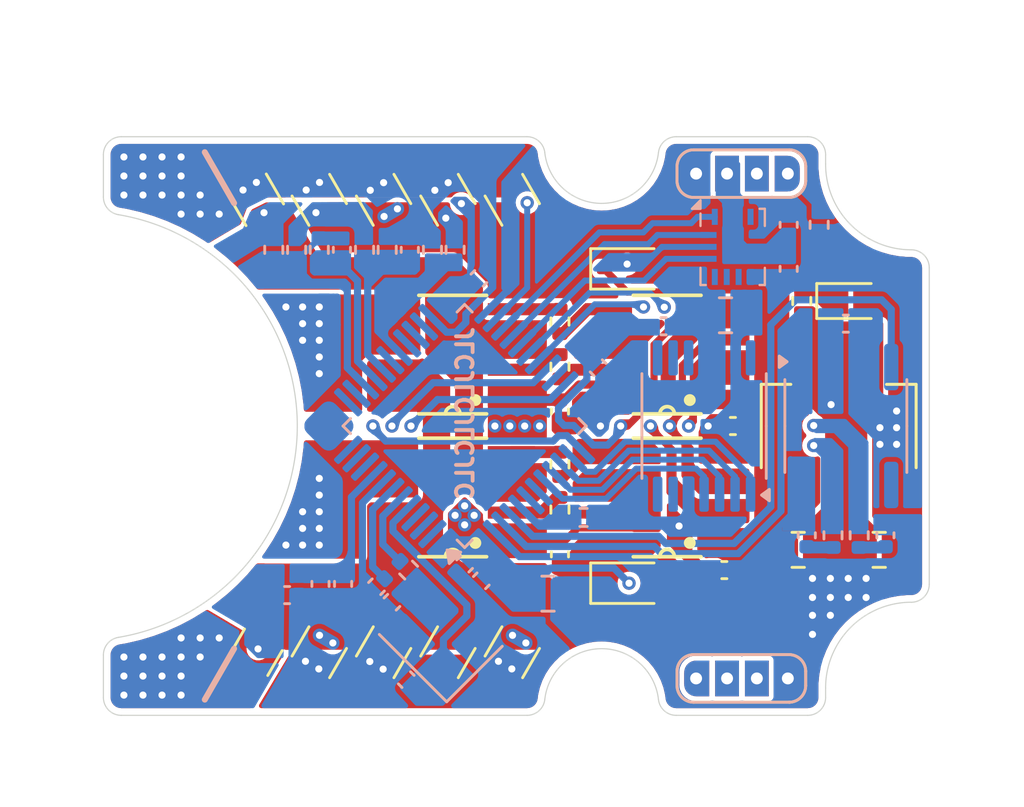
<source format=kicad_pcb>
(kicad_pcb (version 20240108) (generator "pcbnew") (generator_version "8.0")
  (layers (0 "F.Cu" signal) (1 "In1.Cu" power) (2 "In2.Cu" power) (31 "B.Cu" signal) (34 "B.Paste" user) (35 "F.Paste" user) (36 "B.SilkS" user "B.Silkscreen") (37 "F.SilkS" user "F.Silkscreen") (38 "B.Mask" user) (39 "F.Mask" user) (44 "Edge.Cuts" user))
  (net 0 "")
  (net 1 "+3.3V")
  (net 2 "GND")
  (net 3 "+3.3VA")
  (net 4 "Net-(U4-NRST)")
  (net 5 "RCC_OSC_IN")
  (net 6 "Net-(C15-Pad1)")
  (net 7 "Net-(C16-Pad1)")
  (net 8 "Net-(C19-Pad1)")
  (net 9 "+BATT")
  (net 10 "OPAMP_OUT")
  (net 11 "OPAMP_IN-")
  (net 12 "OPAMP_IN+")
  (net 13 "/VB_A")
  (net 14 "/VS_A")
  (net 15 "/VB_B")
  (net 16 "/VS_B")
  (net 17 "CAN_RX")
  (net 18 "CAN_TX")
  (net 19 "/PWR_IN")
  (net 20 "CANL")
  (net 21 "CANH")
  (net 22 "Thermistor_Sense")
  (net 23 "SPI1_CS")
  (net 24 "SPI1_SCK")
  (net 25 "SPI1_MISO")
  (net 26 "SPI1_MOSI")
  (net 27 "SPI2_CS")
  (net 28 "SPI2_MOSI")
  (net 29 "SPI2_SCK")
  (net 30 "SPI2_MISO")
  (net 31 "VBat_Sense")
  (net 32 "Motor_SDWN")
  (net 33 "Motor_B")
  (net 34 "Net-(Q1-Pad2)")
  (net 35 "Net-(Q1-Pad4)")
  (net 36 "MOSFET_GND")
  (net 37 "Net-(Q2-Pad2)")
  (net 38 "Net-(Q2-Pad4)")
  (net 39 "/GATE_HIGH_A")
  (net 40 "/GATE_LOW_A")
  (net 41 "/GATE_HIGH_B")
  (net 42 "/GATE_LOW_B")
  (net 43 "RCC_OSC_OUT")
  (net 44 "Net-(U4-BOOT0)")
  (net 52 "SWCLK")
  (net 53 "SWDIO")
  (net 63 "Motor_A")
  (net 74 "Net-(D1-K)")
  (footprint "Diode_SMD:D_SOD-323" (layer "F.Cu") (at 108.847528 56.422387)
    (property "Reference" "D5" (hide yes))
    (property "Value" "PMEG3010BEA")
  )
  (footprint "Resistor_SMD:R_0402_1005Metric" (layer "F.Cu") (at 105.947528 66.532387 90)
    (property "Reference" "R22" (hide yes))
    (property "Value" "10")
  )
  (footprint "Resistor_SMD:R_0402_1005Metric" (layer "F.Cu") (at 105.947528 58.632387 -90)
    (property "Reference" "R25" (hide yes))
    (property "Value" "10")
  )
  (footprint "IR2104STRPBF:Custom SOIC-8" (layer "F.Cu") (at 110.447528 60.022387 180)
    (property "Reference" "U7" (hide yes))
    (property "Value" "IR2104")
  )
  (footprint "Capacitor_SMD:C_1206_3216Metric" (layer "F.Cu") (at 101.247528 72.522387 -120)
    (property "Reference" "C27" (hide yes))
    (property "Value" "22-47uF")
  )
  (footprint "Capacitor_SMD:C_1206_3216Metric" (layer "F.Cu") (at 98.547528 53.522387 120)
    (property "Reference" "C33" (hide yes))
    (property "Value" "22-47uF")
  )
  (footprint "Capacitor_SMD:C_0402_1005Metric" (layer "F.Cu") (at 105.947528 62.412387 90)
    (property "Reference" "C24" (hide yes))
    (property "Value" "100n")
  )
  (footprint "Diode_SMD:D_SOD-323" (layer "F.Cu") (at 108.847528 69.622387)
    (property "Reference" "D4" (hide yes))
    (property "Value" "PMEG3010BEA")
  )
  (footprint "Resistor_SMD:R_0402_1005Metric" (layer "F.Cu") (at 116.097528 57.772387 90)
    (property "Reference" "R1" (hide yes))
    (property "Value" "50")
  )
  (footprint "IR2104STRPBF:Custom SOIC-8" (layer "F.Cu") (at 110.447528 66.022387 180)
    (property "Reference" "U6" (hide yes))
    (property "Value" "IR2104")
  )
  (footprint "IR2104STRPBF:Custom SOIC-8" (layer "F.Cu") (at 101.447528 60.022387 180)
    (property "Reference" "Q2" (hide yes))
    (property "Value" "FDS8984")
  )
  (footprint "Capacitor_SMD:C_0402_1005Metric" (layer "F.Cu") (at 105.947528 68.412387 90)
    (property "Reference" "C23" (hide yes))
    (property "Value" "100n")
  )
  (footprint "TL1963A-33DCYR:VREG_TL1963A-33DCYR-SERVO_CUSTOM" (layer "F.Cu") (at 117.647528 63.022387 90)
    (property "Reference" "U5" (hide yes))
    (property "Value" "TL1963A-33DCYR")
  )
  (footprint "Capacitor_SMD:C_1206_3216Metric" (layer "F.Cu") (at 95.847528 72.522387 -120)
    (property "Reference" "C32" (hide yes))
    (property "Value" "22-47uF")
  )
  (footprint "Resistor_SMD:R_0402_1005Metric" (layer "F.Cu") (at 105.947528 60.532387 90)
    (property "Reference" "R23" (hide yes))
    (property "Value" "10")
  )
  (footprint "Fuse:Fuse_1206_3216Metric" (layer "F.Cu") (at 93.197528 72.522387 -120)
    (property "Reference" "F1" (hide yes))
    (property "Value" "NANOSMDC150F")
  )
  (footprint "Capacitor_SMD:C_0805_2012Metric" (layer "F.Cu") (at 115.947528 68.222387)
    (property "Reference" "C21" (hide yes))
    (property "Value" "10u")
  )
  (footprint "Capacitor_SMD:C_0805_2012Metric" (layer "F.Cu") (at 119.347528 68.222387 180)
    (property "Reference" "C20" (hide yes))
    (property "Value" "10u")
  )
  (footprint "Capacitor_SMD:C_1206_3216Metric" (layer "F.Cu") (at 101.247528 53.522387 120)
    (property "Reference" "C29" (hide yes))
    (property "Value" "22-47uF")
  )
  (footprint "Jumper:CUSTOM_PAD" (layer "F.Cu") (at 114.212528 73.622387 180)
    (property "Reference" "J1" (hide yes))
    (property "Value" "Conn_01x04_Pin")
  )
  (footprint "Capacitor_SMD:C_1206_3216Metric" (layer "F.Cu") (at 98.547528 72.522387 -120)
    (property "Reference" "C31" (hide yes))
    (property "Value" "22-47uF")
  )
  (footprint "Capacitor_SMD:C_0402_1005Metric" (layer "F.Cu") (at 113.207528 63.022387 180)
    (property "Reference" "C30" (hide yes))
    (property "Value" "100n")
  )
  (footprint "Capacitor_SMD:C_1206_3216Metric" (layer "F.Cu") (at 95.847528 53.522387 120)
    (property "Reference" "C34" (hide yes))
    (property "Value" "22-47uF")
  )
  (footprint "LED_SMD:LED_0603_1608Metric" (layer "F.Cu") (at 118.210028 57.772387)
    (property "Reference" "D1" (hide yes))
    (property "Value" "LED")
  )
  (footprint "Resistor_SMD:R_1206_3216Metric" (layer "F.Cu") (at 93.197528 53.522387 120)
    (property "Reference" "R21" (hide yes))
    (property "Value" "WSL1206R0700FEA18")
  )
  (footprint "Capacitor_SMD:C_1206_3216Metric" (layer "F.Cu") (at 103.947528 72.522387 -120)
    (property "Reference" "C26" (hide yes))
    (property "Value" "22-47uF")
  )
  (footprint "IR2104STRPBF:Custom SOIC-8" (layer "F.Cu") (at 101.447528 66.022387 180)
    (property "Reference" "Q1" (hide yes))
    (property "Value" "FDS8984")
  )
  (footprint "Capacitor_SMD:C_1206_3216Metric" (layer "F.Cu") (at 103.947528 53.522387 120)
    (property "Reference" "C28" (hide yes))
    (property "Value" "22-47uF")
  )
  (footprint "Jumper:CUSTOM_PAD" (layer "F.Cu") (at 114.212528 52.422387 180)
    (property "Reference" "J2" (hide yes))
    (property "Value" "Conn_01x04_Pin")
  )
  (footprint "Resistor_SMD:R_0402_1005Metric" (layer "F.Cu") (at 105.947528 64.632387 -90)
    (property "Reference" "R24" (hide yes))
    (property "Value" "10")
  )
  (footprint "Capacitor_SMD:C_0402_1005Metric" (layer "F.Cu") (at 112.847528 69.072387 180)
    (property "Reference" "C25" (hide yes))
    (property "Value" "100n")
  )
  (footprint "Resistor_SMD:R_0402_1005Metric" (layer "B.Cu") (at 100.597528 55.622387 90)
    (property "Reference" "R14" (hide yes))
    (property "Value" "1k5")
  )
  (footprint "Resistor_SMD:R_0402_1005Metric" (layer "B.Cu") (at 118.507528 67.612387 90)
    (property "Reference" "R10" (hide yes))
    (property "Value" "100")
  )
  (footprint "Capacitor_SMD:C_0402_1005Metric" (layer "B.Cu") (at 119.607528 67.612387 90)
    (property "Reference" "C15" (hide yes))
    (property "Value" "560p")
  )
  (footprint "Resistor_SMD:R_0402_1005Metric" (layer "B.Cu") (at 117.407528 67.612387 90)
    (property "Reference" "R11" (hide yes))
    (property "Value" "100")
  )
  (footprint "Crystal:Crystal_SMD_3225-4Pin_3.2x2.5mm" (layer "B.Cu") (at 100.947528 72.022387 135)
    (property "Reference" "Y1" (hide yes))
    (property "Value" "X322516MLB4SI")
  )
  (footprint "Capacitor_SMD:C_0402_1005Metric" (layer "B.Cu") (at 102.647528 69.522387 -135)
    (property "Reference" "C5" (hide yes))
    (property "Value" "100n")
  )
  (footprint "Capacitor_SMD:C_0402_1005Metric" (layer "B.Cu") (at 94.497528 70.122387)
    (property "Reference" "C8" (hide yes))
    (property "Value" "1u")
  )
  (footprint "Capacitor_SMD:C_0402_1005Metric" (layer "B.Cu") (at 99.647528 55.622387 90)
    (property "Reference" "C22" (hide yes))
    (property "Value" "100n")
  )
  (footprint "Capacitor_SMD:C_0402_1005Metric" (layer "B.Cu") (at 96.847528 69.652387 -90)
    (property "Reference" "C6" (hide yes))
    (property "Value" "10n")
  )
  (footprint "Capacitor_SMD:C_0402_1005Metric" (layer "B.Cu") (at 102.547528 56.822387 45)
    (property "Reference" "C2" (hide yes))
    (property "Value" "100n")
  )
  (footprint "Capacitor_SMD:C_0402_1005Metric" (layer "B.Cu") (at 115.547528 54.572387 -90)
    (property "Reference" "C11" (hide yes))
    (property "Value" "100n")
  )
  (footprint "Inductor_SMD:L_0402_1005Metric" (layer "B.Cu") (at 94.497528 69.172387 180)
    (property "Reference" "FB1" (hide yes))
    (property "Value" "BK1005HW121-T")
  )
  (footprint "Resistor_SMD:R_0402_1005Metric" (layer "B.Cu") (at 94.897528 55.622387 -90)
    (property "Reference" "R17" (hide yes))
    (property "Value" "10k")
  )
  (footprint "Package_LGA:Bosch_LGA-14_3x2.5mm_P0.5mm" (layer "B.Cu") (at 113.197528 55.499887 -90)
    (property "Reference" "U2" (hide yes))
    (property "Value" "LSM6DSO")
    (property "VALUE" "LSM6DS0" (hide yes))
  )
  (footprint "Capacitor_SMD:C_0402_1005Metric" (layer "B.Cu") (at 99.497528 73.672387 135)
    (property "Reference" "C18" (hide yes))
    (property "Value" "12p")
  )
  (footprint "Capacitor_SMD:C_0402_1005Metric" (layer "B.Cu") (at 98.897528 70.422387 -135)
    (property "Reference" "C19" (hide yes))
    (property "Value" "12p")
  )
  (footprint "Capacitor_SMD:C_0805_2012Metric" (layer "B.Cu") (at 112.897528 58.372387)
    (property "Reference" "C9" (hide yes))
    (property "Value" "10u")
  )
  (footprint "Capacitor_SMD:C_0402_1005Metric" (layer "B.Cu") (at 95.897528 69.652387 -90)
    (property "Reference" "C7" (hide yes))
    (property "Value" "1u")
  )
  (footprint "Package_QFP:LQFP-48_7x7mm_P0.5mm" (layer "B.Cu") (at 101.947528 63.022387 45)
    (property "Reference" "U4" (hide yes))
    (property "Value" "STM32F303CCTx")
  )
  (footprint "Package_SO:SOIC-8_3.9x4.9mm_P1.27mm" (layer "B.Cu") (at 117.947528 63.022387 -90)
    (property "Reference" "U3" (hide yes))
    (property "Value" "SN65HVD230DR")
  )
  (footprint "Capacitor_SMD:C_0402_1005Metric" (layer "B.Cu") (at 115.547528 56.422387 90)
    (property "Reference" "C12" (hide yes))
    (property "Value" "100n")
  )
  (footprint "Capacitor_SMD:C_0402_1005Metric" (layer "B.Cu") (at 110.297528 58.832387 180)
    (property "Reference" "C10" (hide yes))
    (property "Value" "100n")
  )
  (footprint "Capacitor_SMD:C_0402_1005Metric" (layer "B.Cu") (at 96.797528 55.622387 90)
    (property "Reference" "C17" (hide yes))
    (property "Value" "12n")
  )
  (footprint "Resistor_SMD:R_0402_1005Metric" (layer "B.Cu") (at 98.697528 55.622387 90)
    (property "Reference" "R20" (hide yes))
    (property "Value" "10k")
  )
  (footprint "Package_SO:TSSOP-14_4.4x5mm_P0.65mm" (layer "B.Cu") (at 111.997528 63.022387 90)
    (property "Reference" "U1" (hide yes))
    (property "Value" "AS5048A")
  )
  (footprint "Capacitor_SMD:C_0402_1005Metric" (layer "B.Cu") (at 98.247528 69.772387 -135)
    (property "Reference" "C14" (hide yes))
    (property "Value" "100n")
  )
  (footprint "Capacitor_SMD:C_0805_2012Metric" (layer "B.Cu") (at 105.447528 70.062387)
    (property "Reference" "C1" (hide yes))
    (property "Value" "10u")
  )
  (footprint "Capacitor_SMD:C_0402_1005Metric" (layer "B.Cu") (at 116.307528 67.612387 90)
    (property "Reference" "C16" (hide yes))
    (property "Value" "560p")
  )
  (footprint "Resistor_SMD:R_0402_1005Metric" (layer "B.Cu") (at 95.847528 55.622387 90)
    (property "Reference" "R18" (hide yes))
    (property "Value" "50k")
  )
  (footprint "Resistor_SMD:R_0402_1005Metric" (layer "B.Cu") (at 93.937528 55.622387 90)
    (property "Reference" "R19" (hide yes))
    (property "Value" "10k")
  )
  (footprint "Capacitor_SMD:C_0402_1005Metric" (layer "B.Cu") (at 107.547528 60.572387 135)
    (property "Reference" "C3" (hide yes))
    (property "Value" "100n")
  )
  (footprint "Resistor_SMD:R_0402_1005Metric" (layer "B.Cu") (at 99.597528 69.072387 -45)
    (property "Reference" "R15" (hide yes))
    (property "Value" "820")
  )
  (footprint "Resistor_SMD:R_0402_1005Metric" (layer "B.Cu") (at 101.547528 55.622387 -90)
    (property "Reference" "R13" (hide yes))
    (property "Value" "10k")
  )
  (footprint "Capacitor_SMD:C_0402_1005Metric" (layer "B.Cu") (at 101.947528 68.822387 -135)
    (property "Reference" "C4" (hide yes))
    (property "Value" "100n")
  )
  (footprint "Capacitor_SMD:C_0402_1005Metric" (layer "B.Cu") (at 117.947528 58.722387)
    (property "Reference" "C13" (hide yes))
    (property "Value" "100n")
  )
  (footprint "Resistor_SMD:R_0402_1005Metric" (layer "B.Cu") (at 97.747528 55.622387 -90)
    (property "Reference" "R16" (hide yes))
    (property "Value" "10k")
  )
  (footprint "Resistor_SMD:R_0402_1005Metric" (layer "B.Cu") (at 116.827528 54.572387 90)
    (property "Reference" "R12" (hide yes))
    (property "Value" "100k")
  )
  (footprint "Resistor_SMD:R_0402_1005Metric" (layer "B.Cu") (at 106.937528 66.862387 180)
    (property "Reference" "R8" (hide yes))
    (property "Value" "10k")
  )
  (gr_line (start 99.127528 53.902387) (end 98.567528 54.222387) (stroke (width 0.56)) (layer "B.Cu") (net 9))
  (gr_line (start 96.417528 72.132387) (end 95.857528 71.812387) (stroke (width 0.56)) (layer "B.Cu") (net 9))
  (gr_line (start 104.517528 72.132387) (end 103.957528 71.812387) (stroke (width 0.56)) (layer "B.Cu") (net 9))
  (gr_line (start 91.042528 51.522387) (end 92.272528 53.662387) (stroke (width 0.25)) (layer "B.SilkS"))
  (gr_line (start 91.042528 74.512387) (end 92.272528 72.372387) (stroke (width 0.25)) (layer "B.SilkS"))
  (gr_arc (start 110.828032 75.172387) (mid 110.328029 74.981404) (end 110.082667 74.50572) (stroke (width 0.05)) (layer "Edge.Cuts"))
  (gr_arc (start 110.082667 51.539054) (mid 107.697528 53.672387) (end 105.312389 51.539054) (stroke (width 0.05)) (layer "Edge.Cuts"))
  (gr_line (start 104.567024 50.872387) (end 87.537674 50.872387) (stroke (width 0.05)) (layer "Edge.Cuts"))
  (gr_line (start 121.447528 69.672387) (end 121.447528 56.372387) (stroke (width 0.05)) (layer "Edge.Cuts"))
  (gr_line (start 117.097528 52.022385) (end 117.097528 51.622387) (stroke (width 0.05)) (layer "Edge.Cuts"))
  (gr_arc (start 110.082667 51.539054) (mid 110.32802 51.06337) (end 110.828019 50.872387) (stroke (width 0.05)) (layer "Edge.Cuts"))
  (gr_line (start 86.787655 51.622406) (end 86.787655 53.406697) (stroke (width 0.05)) (layer "Edge.Cuts"))
  (gr_arc (start 86.787655 51.622406) (mid 87.00733 51.092062) (end 87.537674 50.872387) (stroke (width 0.05)) (layer "Edge.Cuts"))
  (gr_arc (start 87.413596 54.146366) (mid 94.924892 63.022388) (end 87.413596 71.89841) (stroke (width 0.05)) (layer "Edge.Cuts"))
  (gr_arc (start 117.097528 74.422386) (mid 116.877858 74.952716) (end 116.347528 75.172386) (stroke (width 0.05)) (layer "Edge.Cuts"))
  (gr_arc (start 117.097528 74.022389) (mid 118.151943 71.476804) (end 120.697528 70.422387) (stroke (width 0.05)) (layer "Edge.Cuts"))
  (gr_arc (start 87.537627 75.172387) (mid 87.009593 74.955003) (end 86.787655 74.428867) (stroke (width 0.05)) (layer "Edge.Cuts"))
  (gr_line (start 110.828032 75.172387) (end 116.347528 75.172386) (stroke (width 0.05)) (layer "Edge.Cuts"))
  (gr_line (start 87.537627 75.172387) (end 104.569766 75.172387) (stroke (width 0.05)) (layer "Edge.Cuts"))
  (gr_arc (start 116.347528 50.872387) (mid 116.877858 51.092057) (end 117.097528 51.622387) (stroke (width 0.05)) (layer "Edge.Cuts"))
  (gr_line (start 117.097528 74.422386) (end 117.097528 74.022389) (stroke (width 0.05)) (layer "Edge.Cuts"))
  (gr_arc (start 105.312389 74.50572) (mid 107.697528 72.372387) (end 110.082667 74.50572) (stroke (width 0.05)) (layer "Edge.Cuts"))
  (gr_arc (start 120.697528 55.622387) (mid 118.151943 54.56797) (end 117.097528 52.022385) (stroke (width 0.05)) (layer "Edge.Cuts"))
  (gr_arc (start 87.413596 54.146366) (mid 86.965141 53.891185) (end 86.787655 53.406697) (stroke (width 0.05)) (layer "Edge.Cuts"))
  (gr_line (start 86.787655 72.638078) (end 86.787655 74.428867) (stroke (width 0.05)) (layer "Edge.Cuts"))
  (gr_arc (start 104.567024 50.872387) (mid 105.067027 51.06337) (end 105.312389 51.539054) (stroke (width 0.05)) (layer "Edge.Cuts"))
  (gr_line (start 116.347528 50.872387) (end 110.828019 50.872387) (stroke (width 0.05)) (layer "Edge.Cuts"))
  (gr_arc (start 105.312389 74.50572) (mid 105.068051 74.980494) (end 104.569766 75.172387) (stroke (width 0.05)) (layer "Edge.Cuts"))
  (gr_arc (start 120.697528 55.622387) (mid 121.227858 55.842057) (end 121.447528 56.372387) (stroke (width 0.05)) (layer "Edge.Cuts"))
  (gr_arc (start 121.447528 69.672387) (mid 121.227858 70.202717) (end 120.697528 70.422387) (stroke (width 0.05)) (layer "Edge.Cuts"))
  (gr_arc (start 86.787655 72.638078) (mid 86.965141 72.153591) (end 87.413596 71.89841) (stroke (width 0.05)) (layer "Edge.Cuts"))
  (gr_text "JLCJLCJLCJLC" (at 102.377228 58.782687 90) (layer "B.SilkS") (effects (font (size 0.7 0.7) (thickness 0.16) (bold yes)) (justify left bottom mirror)))
  (via (at 120.077528 62.392387) (size 0.56) (drill 0.3) (layers "F.Cu" "B.Cu") (net 1))
  (via (at 107.647528 63.022387) (size 0.56) (drill 0.3) (layers "F.Cu" "B.Cu") (net 1))
  (via (at 95.707528 54.062387) (size 0.56) (drill 0.3) (layers "F.Cu" "B.Cu") (net 1))
  (via (at 120.077528 63.792387) (size 0.56) (drill 0.3) (layers "F.Cu" "B.Cu") (net 1))
  (via (at 93.277528 72.382387) (size 0.56) (drill 0.3) (layers "F.Cu" "B.Cu") (net 1))
  (via (at 120.077528 63.092387) (size 0.56) (drill 0.3) (layers "F.Cu" "B.Cu") (net 1))
  (via (at 101.812492 53.681177) (size 0.56) (drill 0.3) (layers "F.Cu" "B.Cu") (net 1))
  (via (at 119.377528 63.792387) (size 0.56) (drill 0.3) (layers "F.Cu" "B.Cu") (net 1))
  (via (at 108.847528 69.622387) (size 0.56) (drill 0.3) (layers "F.Cu" "B.Cu") (net 1))
  (via (at 119.377528 63.092387) (size 0.56) (drill 0.3) (layers "F.Cu" "B.Cu") (net 1))
  (segment (start 108.847528 69.622387) (end 108.212528 68.987387) (width 0.3) (layer "B.Cu") (net 1))
  (segment (start 102.199992 54.068677) (end 101.812492 53.681177) (width 0.25) (layer "B.Cu") (net 1))
  (segment (start 102.208117 57.161798) (end 102.199992 57.153673) (width 0.25) (layer "B.Cu") (net 1))
  (segment (start 108.212528 68.987387) (end 105.572528 68.987387) (width 0.3) (layer "B.Cu") (net 1))
  (segment (start 102.199992 57.153673) (end 102.199992 54.068677) (width 0.25) (layer "B.Cu") (net 1))
  (segment (start 105.572528 68.987387) (end 104.497528 70.062387) (width 0.3) (layer "B.Cu") (net 1))
  (segment (start 108.497528 63.022387) (end 108.783198 63.022387) (width 0.3) (layer "F.Cu") (net 2))
  (segment (start 111.377528 59.562387) (end 111.570728 59.369187) (width 0.3) (layer "F.Cu") (net 2))
  (segment (start 110.659573 62.150342) (end 110.659573 62.022387) (width 0.3) (layer "F.Cu") (net 2))
  (segment (start 112.367528 69.072387) (end 111.911728 69.072387) (width 0.5) (layer "F.Cu") (net 2))
  (segment (start 111.570728 59.369187) (end 111.570728 59.222387) (width 0.3) (layer "F.Cu") (net 2))
  (segment (start 108.783198 63.022387) (end 109.413198 62.392387) (width 0.3) (layer "F.Cu") (net 2))
  (segment (start 111.996398 58.117387) (end 112.911328 58.117387) (width 0.3) (layer "F.Cu") (net 2))
  (segment (start 110.659573 60.280342) (end 111.377528 59.562387) (width 0.3) (layer "F.Cu") (net 2))
  (segment (start 110.324528 61.481056) (end 110.324528 59.789257) (width 0.3) (layer "F.Cu") (net 2))
  (segment (start 109.413198 62.392387) (end 110.324528 61.481056) (width 0.3) (layer "F.Cu") (net 2))
  (segment (start 111.570728 58.929187) (end 111.807528 58.692387) (width 0.3) (layer "F.Cu") (net 2))
  (segment (start 110.659573 62.022387) (end 110.659573 60.280342) (width 0.3) (layer "F.Cu") (net 2))
  (segment (start 110.417528 62.392387) (end 110.659573 62.150342) (width 0.3) (layer "F.Cu") (net 2))
  (segment (start 111.570728 59.222387) (end 111.570728 58.929187) (width 0.3) (layer "F.Cu") (net 2))
  (segment (start 111.911728 69.072387) (end 110.947528 68.108187) (width 0.5) (layer "F.Cu") (net 2))
  (segment (start 109.413198 62.392387) (end 110.417528 62.392387) (width 0.3) (layer "F.Cu") (net 2))
  (segment (start 110.324528 59.789257) (end 111.996398 58.117387) (width 0.3) (layer "F.Cu") (net 2))
  (via (at 116.547528 70.972387) (size 0.56) (drill 0.3) (layers "F.Cu" "B.Cu") (net 2))
  (via (at 116.547528 70.222387) (size 0.56) (drill 0.3) (layers "F.Cu" "B.Cu") (net 2))
  (via (at 90.047528 52.522387) (size 0.56) (drill 0.3) (layers "F.Cu" "B.Cu") (net 2))
  (via (at 97.967528 72.912387) (size 0.56) (drill 0.3) (layers "F.Cu" "B.Cu") (net 2))
  (via (at 93.207528 52.792387) (size 0.56) (drill 0.3) (layers "F.Cu" "B.Cu") (net 2))
  (via (at 87.647528 52.522387) (size 0.56) (drill 0.3) (layers "F.Cu" "B.Cu") (net 2))
  (via (at 95.297528 53.112387) (size 0.56) (drill 0.3) (layers "F.Cu" "B.Cu") (net 2))
  (via (at 89.247528 53.322387) (size 0.56) (drill 0.3) (layers "F.Cu" "B.Cu") (net 2))
  (via (at 90.847528 54.122387) (size 0.56) (drill 0.3) (layers "F.Cu" "B.Cu") (net 2))
  (via (at 118.047528 70.222387) (size 0.56) (drill 0.3) (layers "F.Cu" "B.Cu") (net 2))
  (via (at 92.647528 53.112387) (size 0.56) (drill 0.3) (layers "F.Cu" "B.Cu") (net 2))
  (via (at 95.267528 72.902387) (size 0.56) (drill 0.3) (layers "F.Cu" "B.Cu") (net 2))
  (via (at 89.247528 51.722387) (size 0.56) (drill 0.3) (layers "F.Cu" "B.Cu") (net 2))
  (via (at 118.797528 70.222387) (size 0.56) (drill 0.3) (layers "F.Cu" "B.Cu") (net 2))
  (via (at 90.847528 53.322387) (size 0.56) (drill 0.3) (layers "F.Cu" "B.Cu") (net 2))
  (via (at 95.827528 73.222387) (size 0.56) (drill 0.3) (layers "F.Cu" "B.Cu") (net 2))
  (via (at 98.527528 73.232387) (size 0.56) (drill 0.3) (layers "F.Cu" "B.Cu") (net 2))
  (via (at 88.447528 53.322387) (size 0.56) (drill 0.3) (layers "F.Cu" "B.Cu") (net 2))
  (via (at 100.697528 53.122387) (size 0.56) (drill 0.3) (layers "F.Cu" "B.Cu") (net 2))
  (via (at 118.047528 69.422387) (size 0.56) (drill 0.3) (layers "F.Cu" "B.Cu") (net 2))
  (via (at 108.497528 63.022387) (size 0.56) (drill 0.3) (layers "F.Cu" "B.Cu") (net 2))
  (via (at 103.367528 72.902387) (size 0.56) (drill 0.3) (layers "F.Cu" "B.Cu") (net 2))
  (via (at 117.297528 70.972387) (size 0.56) (drill 0.3) (layers "F.Cu" "B.Cu") (net 2))
  (via (at 89.247528 52.522387) (size 0.56) (drill 0.3) (layers "F.Cu" "B.Cu") (net 2))
  (via (at 101.257528 52.802387) (size 0.56) (drill 0.3) (layers "F.Cu" "B.Cu") (net 2))
  (via (at 88.447528 52.522387) (size 0.56) (drill 0.3) (layers "F.Cu" "B.Cu") (net 2))
  (via (at 88.447528 51.722387) (size 0.56) (drill 0.3) (layers "F.Cu" "B.Cu") (net 2))
  (via (at 87.647528 53.322387) (size 0.56) (drill 0.3) (layers "F.Cu" "B.Cu") (net 2))
  (via (at 110.947528 67.222387) (size 0.56) (drill 0.3) (layers "F.Cu" "B.Cu") (net 2))
  (via (at 90.047528 53.322387) (size 0.56) (drill 0.3) (layers "F.Cu" "B.Cu") (net 2))
  (via (at 87.647528 51.722387) (size 0.56) (drill 0.3) (layers "F.Cu" "B.Cu") (net 2))
  (via (at 118.797528 69.422387) (size 0.56) (drill 0.3) (layers "F.Cu" "B.Cu") (net 2))
  (via (at 112.167528 63.022387) (size 0.56) (drill 0.3) (layers "F.Cu" "B.Cu") (net 2))
  (via (at 98.547528 52.802387) (size 0.56) (drill 0.3) (layers "F.Cu" "B.Cu") (net 2))
  (via (at 95.857528 52.792387) (size 0.56) (drill 0.3) (layers "F.Cu" "B.Cu") (net 2))
  (via (at 117.297528 69.422387) (size 0.56) (drill 0.3) (layers "F.Cu" "B.Cu") (net 2))
  (via (at 90.047528 54.122387) (size 0.56) (drill 0.3) (layers "F.Cu" "B.Cu") (net 2))
  (via (at 116.547528 71.772387) (size 0.56) (drill 0.3) (layers "F.Cu" "B.Cu") (net 2))
  (via (at 97.987528 53.122387) (size 0.56) (drill 0.3) (layers "F.Cu" "B.Cu") (net 2))
  (via (at 91.647528 54.122387) (size 0.56) (drill 0.3) (layers "F.Cu" "B.Cu") (net 2))
  (via (at 90.047528 51.722387) (size 0.56) (drill 0.3) (layers "F.Cu" "B.Cu") (net 2))
  (via (at 103.927528 73.222387) (size 0.56) (drill 0.3) (layers "F.Cu" "B.Cu") (net 2))
  (via (at 117.327528 62.122387) (size 0.56) (drill 0.3) (layers "F.Cu" "B.Cu") (net 2))
  (via (at 117.297528 70.222387) (size 0.56) (drill 0.3) (layers "F.Cu" "B.Cu") (net 2))
  (via (at 116.547528 69.422387) (size 0.56) (drill 0.3) (layers "F.Cu" "B.Cu") (net 2))
  (segment (start 109.316016 65.211887) (end 109.497528 65.211887) (width 0.3) (layer "B.Cu") (net 2))
  (segment (start 107.447528 66.862387) (end 107.197528 67.112387) (width 0.3) (layer "B.Cu") (net 2))
  (segment (start 107.592779 66.477136) (end 107.777528 66.477136) (width 0.3) (layer "B.Cu") (net 2))
  (segment (start 101.587443 59.082472) (end 101.998355 58.67156) (width 0.3) (layer "B.Cu") (net 2))
  (segment (start 113.079826 67.525387) (end 113.630177 66.975036) (width 0.3) (layer "B.Cu") (net 2))
  (segment (start 108.497528 63.273873) (end 108.497528 63.022387) (width 0.3) (layer "B.Cu") (net 2))
  (segment (start 107.197528 67.2258) (end 110.297941 67.2258) (width 0.3) (layer "B.Cu") (net 2))
  (segment (start 106.48185 61.670045) (end 105.887443 62.264452) (width 0.3) (layer "B.Cu") (net 2))
  (segment (start 110.297941 67.2258) (end 110.597528 67.525387) (width 0.3) (layer "B.Cu") (net 2))
  (segment (start 110.007834 68.781387) (end 113.60008 68.781387) (width 0.25) (layer "B.Cu") (net 2))
  (segment (start 106.48185 61.670045) (end 107.076258 61.075639) (width 0.3) (layer "B.Cu") (net 2))
  (segment (start 109.943181 68.716734) (end 110.007834 68.781387) (width 0.25) (layer "B.Cu") (net 2))
  (segment (start 108.050768 66.477136) (end 108.286254 66.24165) (width 0.3) (layer "B.Cu") (net 2))
  (segment (start 107.197528 67.112387) (end 107.197528 67.2258) (width 0.3) (layer "B.Cu") (net 2))
  (segment (start 104.249961 68.5068) (end 104.706937 68.5068) (width 0.3) (layer "B.Cu") (net 2))
  (segment (start 105.887443 62.762302) (end 106.124909 62.999768) (width 0.3) (layer "B.Cu") (net 2))
  (segment (start 107.076258 61.075639) (end 107.076258 60.364835) (width 0.3) (layer "B.Cu") (net 2))
  (segment (start 101.998355 58.67156) (end 101.998355 58.32156) (width 0.3) (layer "B.Cu") (net 2))
  (segment (start 107.387528 66.862387) (end 107.197528 66.672387) (width 0.3) (layer "B.Cu") (net 2))
  (segment (start 108.286254 66.24165) (end 109.271522 65.256381) (width 0.3) (layer "B.Cu") (net 2))
  (segment (start 107.197528 66.672387) (end 107.197528 66.477136) (width 0.3) (layer "B.Cu") (net 2))
  (segment (start 101.998355 58.32156) (end 103.106142 57.213773) (width 0.3) (layer "B.Cu") (net 2))
  (segment (start 106.521105 62.999768) (end 107.195626 63.674289) (width 0.3) (layer "B.Cu") (net 2))
  (segment (start 108.098271 63.67313) (end 108.497528 63.273873) (width 0.3) (layer "B.Cu") (net 2))
  (segment (start 113.60008 68.781387) (end 115.626528 66.754938) (width 0.25) (layer "B.Cu") (net 2))
  (segment (start 105.887443 62.264452) (end 105.887443 62.762302) (width 0.3) (layer "B.Cu") (net 2))
  (segment (start 107.777528 66.477136) (end 108.050768 66.477136) (width 0.3) (layer "B.Cu") (net 2))
  (segment (start 97.659118 66.250137) (end 97.659118 69.862799) (width 0.3) (layer "B.Cu") (net 2))
  (segment (start 101.189593 59.082472) (end 101.587443 59.082472) (width 0.3) (layer "B.Cu") (net 2))
  (segment (start 107.949014 63.822387) (end 108.098271 63.67313) (width 0.3) (layer "B.Cu") (net 2))
  (segment (start 98.473866 65.435389) (end 97.659118 66.250137) (width 0.3) (layer "B.Cu") (net 2))
  (segment (start 110.597528 67.525387) (end 113.079826 67.525387) (width 0.3) (layer "B.Cu") (net 2))
  (segment (start 100.595186 58.488065) (end 101.189593 59.082472) (width 0.3) (layer "B.Cu") (net 2))
  (segment (start 115.626528 66.754938) (end 115.626528 64.412387) (width 0.25) (layer "B.Cu") (net 2))
  (segment (start 109.733246 68.5068) (end 109.943181 68.716734) (width 0.3) (layer "B.Cu") (net 2))
  (segment (start 109.271522 65.256381) (end 109.316016 65.211887) (width 0.3) (layer "B.Cu") (net 2))
  (segment (start 97.659118 69.862799) (end 97.908117 70.111798) (width 0.3) (layer "B.Cu") (net 2))
  (segment (start 103.29987 67.556709) (end 104.249961 68.5068) (width 0.3) (layer "B.Cu") (net 2))
  (segment (start 107.343724 63.822387) (end 107.949014 63.822387) (width 0.3) (layer "B.Cu") (net 2))
  (segment (start 104.706937 68.5068) (end 108.827528 68.5068) (width 0.3) (layer "B.Cu") (net 2))
  (segment (start 107.195626 63.674289) (end 107.343724 63.822387) (width 0.3) (layer "B.Cu") (net 2))
  (segment (start 107.197528 66.477136) (end 107.592779 66.477136) (width 0.3) (layer "B.Cu") (net 2))
  (segment (start 103.106142 57.213773) (end 103.106142 56.702179) (width 0.3) (layer "B.Cu") (net 2))
  (segment (start 108.827528 68.5068) (end 109.733246 68.5068) (width 0.3) (layer "B.Cu") (net 2))
  (segment (start 103.106142 56.702179) (end 102.886939 56.482976) (width 0.3) (layer "B.Cu") (net 2))
  (segment (start 107.447528 66.862387) (end 107.387528 66.862387) (width 0.3) (layer "B.Cu") (net 2))
  (segment (start 106.124909 62.999768) (end 106.521105 62.999768) (width 0.3) (layer "B.Cu") (net 2))
  (segment (start 109.943181 68.716734) (end 110.308834 69.082387) (width 0.3) (layer "B.Cu") (net 2))
  (segment (start 107.076258 60.364835) (end 107.208117 60.232976) (width 0.3) (layer "B.Cu") (net 2))
  (segment (start 98.120313 65.081836) (end 97.197528 66.004621) (width 0.3) (layer "B.Cu") (net 3))
  (segment (start 97.197528 68.822387) (end 97.197528 69.472387) (width 0.3) (layer "B.Cu") (net 3))
  (segment (start 97.197528 66.004621) (end 97.197528 68.822387) (width 0.3) (layer "B.Cu") (net 3))
  (segment (start 97.197528 68.822387) (end 96.847528 69.172387) (width 0.3) (layer "B.Cu") (net 3))
  (segment (start 98.086118 66.530243) (end 98.086118 68.932155) (width 0.3) (layer "B.Cu") (net 4))
  (segment (start 98.086118 68.932155) (end 98.586939 69.432976) (width 0.3) (layer "B.Cu") (net 4))
  (segment (start 98.827419 65.788942) (end 98.086118 66.530243) (width 0.3) (layer "B.Cu") (net 4))
  (segment (start 98.940118 67.439599) (end 102.03999 70.539471) (width 0.3) (layer "B.Cu") (net 5))
  (segment (start 102.03999 71.000634) (end 101.057147 71.983477) (width 0.3) (layer "B.Cu") (net 5))
  (segment (start 101.057147 73.334087) (end 101.124305 73.401245) (width 0.3) (layer "B.Cu") (net 5))
  (segment (start 101.057147 71.983477) (end 101.057147 73.334087) (width 0.3) (layer "B.Cu") (net 5))
  (segment (start 99.534526 66.496049) (end 98.940118 67.090455) (width 0.3) (layer "B.Cu") (net 5))
  (segment (start 102.03999 70.539471) (end 102.03999 71.000634) (width 0.3) (layer "B.Cu") (net 5))
  (segment (start 98.940118 67.090455) (end 98.940118 67.439599) (width 0.3) (layer "B.Cu") (net 5))
  (segment (start 118.507528 68.122387) (end 119.577528 68.122387) (width 0.5) (layer "B.Cu") (net 6))
  (segment (start 119.577528 68.122387) (end 119.607528 68.092387) (width 0.5) (layer "B.Cu") (net 6))
  (segment (start 116.337528 68.122387) (end 116.307528 68.092387) (width 0.5) (layer "B.Cu") (net 7))
  (segment (start 117.407528 68.122387) (end 116.337528 68.122387) (width 0.5) (layer "B.Cu") (net 7))
  (via (at 103.957528 71.812387) (size 0.56) (drill 0.3) (layers "F.Cu" "B.Cu") (net 9))
  (via (at 101.157528 54.292387) (size 0.56) (drill 0.3) (layers "F.Cu" "B.Cu") (net 9))
  (via (at 104.517528 72.132387) (size 0.56) (drill 0.3) (layers "F.Cu" "B.Cu") (net 9))
  (via (at 99.127528 53.902387) (size 0.56) (drill 0.3) (layers "F.Cu" "B.Cu") (net 9))
  (via (at 96.417528 72.132387) (size 0.56) (drill 0.3) (layers "F.Cu" "B.Cu") (net 9))
  (via (at 98.567528 54.222387) (size 0.56) (drill 0.3) (layers "F.Cu" "B.Cu") (net 9))
  (via (at 95.857528 71.812387) (size 0.56) (drill 0.3) (layers "F.Cu" "B.Cu") (net 9))
  (segment (start 95.760322 55.792387) (end 95.604528 55.948181) (width 0.3) (layer "B.Cu") (net 10))
  (segment (start 95.657528 56.552387) (end 95.604528 56.499387) (width 0.3) (layer "B.Cu") (net 10))
  (segment (start 95.662463 56.347322) (end 96.872462 56.347322) (width 0.3) (layer "B.Cu") (net 10))
  (segment (start 97.077528 56.552387) (end 95.657528 56.552387) (width 0.3) (layer "B.Cu") (net 10))
  (segment (start 95.604528 56.499387) (end 95.604528 55.992387) (width 0.3) (layer "B.Cu") (net 10))
  (segment (start 96.797528 56.272387) (end 96.797528 56.102387) (width 0.3) (layer "B.Cu") (net 10))
  (segment (start 97.452458 56.927317) (end 97.077528 56.552387) (width 0.3) (layer "B.Cu") (net 10))
  (segment (start 97.452458 56.927317) (end 96.797528 56.272387) (width 0.3) (layer "B.Cu") (net 10))
  (segment (start 95.604528 56.289387) (end 95.662463 56.347322) (width 0.3) (layer "B.Cu") (net 10))
  (segment (start 97.452458 60.295083) (end 97.452458 56.927317) (width 0.3) (layer "B.Cu") (net 10))
  (segment (start 97.452458 56.927317) (end 97.030528 56.505387) (width 0.3) (layer "B.Cu") (net 10))
  (segment (start 97.030528 56.505387) (end 97.030528 55.792387) (width 0.3) (layer "B.Cu") (net 10))
  (segment (start 98.120313 60.962938) (end 97.452458 60.295083) (width 0.3) (layer "B.Cu") (net 10))
  (segment (start 95.604528 55.948181) (end 95.604528 56.289387) (width 0.3) (layer "B.Cu") (net 10))
  (segment (start 97.030528 55.792387) (end 95.760322 55.792387) (width 0.3) (layer "B.Cu") (net 10))
  (segment (start 95.480658 56.979387) (end 95.177528 56.676257) (width 0.3) (layer "B.Cu") (net 11))
  (segment (start 95.847528 55.136667) (end 95.847528 55.112387) (width 0.25) (layer "B.Cu") (net 11))
  (segment (start 97.025458 57.104187) (end 96.900658 56.979387) (width 0.3) (layer "B.Cu") (net 11))
  (segment (start 94.897528 56.086667) (end 95.847528 55.136667) (width 0.25) (layer "B.Cu") (net 11))
  (segment (start 94.897528 56.132387) (end 94.897528 56.086667) (width 0.25) (layer "B.Cu") (net 11))
  (segment (start 97.025458 60.575191) (end 97.025458 57.104187) (width 0.3) (layer "B.Cu") (net 11))
  (segment (start 97.766759 61.316492) (end 97.025458 60.575191) (width 0.3) (layer "B.Cu") (net 11))
  (segment (start 95.177528 56.676257) (end 95.177528 55.942387) (width 0.3) (layer "B.Cu") (net 11))
  (segment (start 96.900658 56.979387) (end 95.480658 56.979387) (width 0.3) (layer "B.Cu") (net 11))
  (segment (start 97.879458 57.116587) (end 97.879458 56.684317) (width 0.3) (layer "B.Cu") (net 12))
  (segment (start 97.879458 56.750447) (end 98.114518 56.515387) (width 0.3) (layer "B.Cu") (net 12))
  (segment (start 97.879458 60.014979) (end 97.879458 57.212387) (width 0.3) (layer "B.Cu") (net 12))
  (segment (start 97.879458 56.264317) (end 97.747528 56.132387) (width 0.3) (layer "B.Cu") (net 12))
  (segment (start 98.114518 56.515387) (end 99.677528 56.515387) (width 0.3) (layer "B.Cu") (net 12))
  (segment (start 99.927528 56.072387) (end 99.927528 55.782387) (width 0.3) (layer "B.Cu") (net 12))
  (segment (start 97.879458 56.684317) (end 97.457528 56.262387) (width 0.3) (layer "B.Cu") (net 12))
  (segment (start 97.879458 57.116587) (end 98.313658 56.682387) (width 0.3) (layer "B.Cu") (net 12))
  (segment (start 97.457528 56.328517) (end 97.457528 56.122387) (width 0.3) (layer "B.Cu") (net 12))
  (segment (start 99.677528 56.515387) (end 99.834528 56.515387) (width 0.3) (layer "B.Cu") (net 12))
  (segment (start 99.834528 56.515387) (end 99.927528 56.422387) (width 0.3) (layer "B.Cu") (net 12))
  (segment (start 97.457528 56.262387) (end 97.457528 56.122387) (width 0.3) (layer "B.Cu") (net 12))
  (segment (start 99.927528 55.782387) (end 99.917528 55.772387) (width 0.3) (layer "B.Cu") (net 12))
  (segment (start 97.879458 57.212387) (end 97.879458 57.116587) (width 0.3) (layer "B.Cu") (net 12))
  (segment (start 98.473866 60.609385) (end 97.879458 60.014979) (width 0.3) (layer "B.Cu") (net 12))
  (segment (start 99.917528 55.772387) (end 99.687528 55.772387) (width 0.3) (layer "B.Cu") (net 12))
  (segment (start 97.879458 56.922387) (end 97.879458 56.750447) (width 0.3) (layer "B.Cu") (net 12))
  (segment (start 99.927528 56.422387) (end 99.927528 56.072387) (width 0.3) (layer "B.Cu") (net 12))
  (segment (start 97.879458 57.212387) (end 97.879458 56.264317) (width 0.3) (layer "B.Cu") (net 12))
  (segment (start 97.879458 56.750447) (end 97.457528 56.328517) (width 0.3) (layer "B.Cu") (net 12))
  (segment (start 97.879458 57.212387) (end 97.879458 56.922387) (width 0.3) (layer "B.Cu") (net 12))
  (segment (start 98.313658 56.682387) (end 98.480658 56.515387) (width 0.3) (layer "B.Cu") (net 12))
  (segment (start 98.480658 56.515387) (end 98.577528 56.515387) (width 0.3) (layer "B.Cu") (net 12))
  (segment (start 97.457528 56.122387) (end 97.457528 55.772387) (width 0.3) (layer "B.Cu") (net 12))
  (segment (start 97.879458 56.922387) (end 97.879458 56.684317) (width 0.3) (layer "B.Cu") (net 12))
  (segment (start 103.911328 67.927387) (end 105.942528 67.927387) (width 0.5) (layer "F.Cu") (net 14))
  (segment (start 105.942528 67.927387) (end 105.947528 67.932387) (width 0.5) (layer "F.Cu") (net 14))
  (segment (start 106.697162 67.302387) (end 109.247528 67.302387) (width 0.3) (layer "F.Cu") (net 14))
  (segment (start 106.067162 67.932387) (end 106.697162 67.302387) (width 0.3) (layer "F.Cu") (net 14))
  (segment (start 105.947528 67.932387) (end 106.067162 67.932387) (width 0.3) (layer "F.Cu") (net 14))
  (via (at 95.847528 68.022387) (size 0.56) (drill 0.3) (layers "F.Cu" "B.Cu") (net 14))
  (via (at 95.147528 68.022387) (size 0.56) (drill 0.3) (layers "F.Cu" "B.Cu") (net 14))
  (via (at 94.447528 68.022387) (size 0.56) (drill 0.3) (layers "F.Cu" "B.Cu") (net 14))
  (via (at 101.947528 67.172387) (size 0.56) (drill 0.3) (layers "F.Cu" "B.Cu") (net 14))
  (via (at 95.847528 67.322387) (size 0.56) (drill 0.3) (layers "F.Cu" "B.Cu") (net 14))
  (via (at 95.847528 65.922387) (size 0.56) (drill 0.3) (layers "F.Cu" "B.Cu") (net 14))
  (via (at 95.147528 67.322387) (size 0.56) (drill 0.3) (layers "F.Cu" "B.Cu") (net 14))
  (via (at 102.347528 66.772387) (size 0.56) (drill 0.3) (layers "F.Cu" "B.Cu") (net 14))
  (via (at 95.147528 66.622387) (size 0.56) (drill 0.3) (layers "F.Cu" "B.Cu") (net 14))
  (via (at 101.947528 66.372387) (size 0.56) (drill 0.3) (layers "F.Cu" "B.Cu") (net 14))
  (via (at 95.847528 65.222387) (size 0.56) (drill 0.3) (layers "F.Cu" "B.Cu") (net 14))
  (via (at 95.847528 66.622387) (size 0.56) (drill 0.3) (layers "F.Cu" "B.Cu") (net 14))
  (via (at 101.547528 66.772387) (size 0.56) (drill 0.3) (layers "F.Cu" "B.Cu") (net 14))
  (segment (start 106.607528 62.420653) (end 106.481661 62.54652) (width 0.3) (layer "F.Cu") (net 15))
  (segment (start 106.607528 62.002387) (end 106.607528 62.420653) (width 0.3) (layer "F.Cu") (net 15))
  (segment (start 106.481661 62.54652) (end 106.135794 62.892387) (width 0.5) (layer "F.Cu") (net 15))
  (segment (start 106.880528 61.729387) (end 106.607528 62.002387) (width 0.3) (layer "F.Cu") (net 15))
  (segment (start 107.100794 61.927387) (end 106.481661 62.54652) (width 0.5) (layer "F.Cu") (net 15))
  (segment (start 110.957528 57.771432) (end 110.578483 57.392387) (width 0.3) (layer "F.Cu") (net 15))
  (segment (start 109.738428 61.463287) (end 109.897528 61.304187) (width 0.3) (layer "F.Cu") (net 15))
  (segment (start 110.957528 58.552387) (end 110.957528 57.771432) (width 0.3) (layer "F.Cu") (net 15))
  (segment (start 109.897528 59.612387) (end 110.957528 58.552387) (width 0.3) (layer "F.Cu") (net 15))
  (segment (start 108.809328 62.392387) (end 108.187528 62.392387) (width 0.3) (layer "F.Cu") (net 15))
  (segment (start 109.472328 61.729387) (end 106.880528 61.729387) (width 0.3) (layer "F.Cu") (net 15))
  (segment (start 109.608428 61.593287) (end 108.809328 62.392387) (width 0.3) (layer "F.Cu") (net 15))
  (segment (start 106.135794 62.892387) (end 105.947528 62.892387) (width 0.5) (layer "F.Cu") (net 15))
  (segment (start 110.578483 57.392387) (end 108.767528 57.392387) (width 0.3) (layer "F.Cu") (net 15))
  (segment (start 109.274328 61.927387) (end 109.738428 61.463287) (width 0.3) (layer "F.Cu") (net 15))
  (segment (start 109.738428 61.463287) (end 109.608428 61.593287) (width 0.3) (layer "F.Cu") (net 15))
  (segment (start 108.767528 57.392387) (end 107.797528 56.422387) (width 0.3) (layer "F.Cu") (net 15))
  (segment (start 109.608428 61.593287) (end 109.472328 61.729387) (width 0.3) (layer "F.Cu") (net 15))
  (segment (start 107.983728 61.927387) (end 109.274328 61.927387) (width 0.3) (layer "F.Cu") (net 15))
  (segment (start 109.897528 61.304187) (end 109.897528 59.612387) (width 0.3) (layer "F.Cu") (net 15))
  (segment (start 107.983728 61.927387) (end 107.100794 61.927387) (width 0.5) (layer "F.Cu") (net 15))
  (segment (start 109.470528 59.149387) (end 109.507528 59.112387) (width 0.3) (layer "F.Cu") (net 16))
  (segment (start 109.470528 61.115187) (end 109.470528 59.822387) (width 0.3) (layer "F.Cu") (net 16))
  (segment (start 105.942528 61.927387) (end 105.947528 61.932387) (width 0.5) (layer "F.Cu") (net 16))
  (segment (start 109.283328 61.302387) (end 109.470528 61.115187) (width 0.3) (layer "F.Cu") (net 16))
  (segment (start 109.470528 59.632387) (end 109.470528 59.149387) (width 0.3) (layer "F.Cu") (net 16))
  (segment (start 106.067162 61.932387) (end 106.697162 61.302387) (width 0.3) (layer "F.Cu") (net 16))
  (segment (start 109.470528 59.435517) (end 110.190593 58.715452) (width 0.3) (layer "F.Cu") (net 16))
  (segment (start 109.470528 59.822387) (end 109.470528 59.632387) (width 0.3) (layer "F.Cu") (net 16))
  (segment (start 105.947528 61.932387) (end 106.067162 61.932387) (width 0.3) (layer "F.Cu") (net 16))
  (segment (start 106.697162 61.302387) (end 109.283328 61.302387) (width 0.3) (layer "F.Cu") (net 16))
  (segment (start 109.470528 59.822387) (end 109.470528 59.435517) (width 0.3) (layer "F.Cu") (net 16))
  (segment (start 103.911328 61.927387) (end 105.942528 61.927387) (width 0.5) (layer "F.Cu") (net 16))
  (via (at 95.147528 59.422387) (size 0.56) (drill 0.3) (layers "F.Cu" "B.Cu") (net 16))
  (via (at 95.147528 58.722387) (size 0.56) (drill 0.3) (layers "F.Cu" "B.Cu") (net 16))
  (via (at 95.147528 58.022387) (size 0.56) (drill 0.3) (layers "F.Cu" "B.Cu") (net 16))
  (via (at 95.847528 59.422387) (size 0.56) (drill 0.3) (layers "F.Cu" "B.Cu") (net 16))
  (via (at 94.447528 58.022387) (size 0.56) (drill 0.3) (layers "F.Cu" "B.Cu") (net 16))
  (via (at 103.217528 63.022387) (size 0.56) (drill 0.3) (layers "F.Cu" "B.Cu") (net 16))
  (via (at 95.847528 60.822387) (size 0.56) (drill 0.3) (layers "F.Cu" "B.Cu") (net 16))
  (via (at 95.847528 60.122387) (size 0.56) (drill 0.3) (layers "F.Cu" "B.Cu") (net 16))
  (via (at 103.842528 63.022387) (size 0.56) (drill 0.3) (layers "F.Cu" "B.Cu") (net 16))
  (via (at 105.092528 63.022387) (size 0.56) (drill 0.3) (layers "F.Cu" "B.Cu") (net 16))
  (via (at 95.847528 58.722387) (size 0.56) (drill 0.3) (layers "F.Cu" "B.Cu") (net 16))
  (via (at 95.847528 58.022387) (size 0.56) (drill 0.3) (layers "F.Cu" "B.Cu") (net 16))
  (via (at 104.467528 63.022387) (size 0.56) (drill 0.3) (layers "F.Cu" "B.Cu") (net 16))
  (segment (start 96.598458 57.612387) (end 96.437528 57.612387) (width 0.3) (layer "B.Cu") (net 16))
  (segment (start 96.598458 60.682387) (end 96.598458 60.861457) (width 0.3) (layer "B.Cu") (net 16))
  (segment (start 96.598458 60.861457) (end 96.087528 61.372387) (width 0.3) (layer "B.Cu") (net 16))
  (segment (start 96.598458 58.773317) (end 96.598458 57.612387) (width 0.3) (layer "B.Cu") (net 16))
  (segment (start 96.437528 57.612387) (end 95.847528 57.612387) (width 0.3) (layer "B.Cu") (net 16))
  (segment (start 96.598458 58.773317) (end 96.598458 60.682387) (width 0.3) (layer "B.Cu") (net 16))
  (segment (start 119.447528 57.722387) (end 119.852528 58.127387) (width 0.3) (layer "B.Cu") (net 17))
  (segment (start 119.852528 58.127387) (end 119.852528 60.547387) (width 0.3) (layer "B.Cu") (net 17))
  (segment (start 104.006977 66.849602) (end 104.810175 67.6528) (width 0.3) (layer "B.Cu") (net 17))
  (segment (start 114.797528 58.772387) (end 115.847528 57.722387) (width 0.3) (layer "B.Cu") (net 17))
  (segment (start 110.386573 67.952387) (end 113.256696 67.952387) (width 0.3) (layer "B.Cu") (net 17))
  (segment (start 110.086985 67.6528) (end 110.386573 67.952387) (width 0.3) (layer "B.Cu") (net 17))
  (segment (start 115.847528 57.722387) (end 119.447528 57.722387) (width 0.3) (layer "B.Cu") (net 17))
  (segment (start 114.797528 66.411555) (end 114.797528 58.772387) (width 0.3) (layer "B.Cu") (net 17))
  (segment (start 104.810175 67.6528) (end 110.086985 67.6528) (width 0.3) (layer "B.Cu") (net 17))
  (segment (start 113.256696 67.952387) (end 114.797528 66.411555) (width 0.3) (layer "B.Cu") (net 17))
  (segment (start 109.910116 68.0798) (end 110.209704 68.379387) (width 0.3) (layer "B.Cu") (net 18))
  (segment (start 103.653423 67.203156) (end 104.530067 68.0798) (width 0.3) (layer "B.Cu") (net 18))
  (segment (start 115.224528 59.045387) (end 115.747528 58.522387) (width 0.3) (layer "B.Cu") (net 18))
  (segment (start 115.224528 66.588424) (end 115.224528 59.445387) (width 0.3) (layer "B.Cu") (net 18))
  (segment (start 110.209704 68.379387) (end 113.433566 68.379387) (width 0.3) (layer "B.Cu") (net 18))
  (segment (start 115.224528 59.445387) (end 115.224528 59.045387) (width 0.3) (layer "B.Cu") (net 18))
  (segment (start 113.433566 68.379387) (end 115.224528 66.588424) (width 0.3) (layer "B.Cu") (net 18))
  (segment (start 104.530067 68.0798) (end 109.910116 68.0798) (width 0.3) (layer "B.Cu") (net 18))
  (via (at 91.647528 71.922387) (size 0.56) (drill 0.3) (layers "F.Cu" "B.Cu") (net 19))
  (via (at 87.647528 73.522387) (size 0.56) (drill 0.3) (layers "F.Cu" "B.Cu") (net 19))
  (via (at 89.247528 74.322387) (size 0.56) (drill 0.3) (layers "F.Cu" "B.Cu") (net 19))
  (via (at 87.647528 74.322387) (size 0.56) (drill 0.3) (layers "F.Cu" "B.Cu") (net 19))
  (via (at 88.447528 73.522387) (size 0.56) (drill 0.3) (layers "F.Cu" "B.Cu") (net 19))
  (via (at 88.447528 74.322387) (size 0.56) (drill 0.3) (layers "F.Cu" "B.Cu") (net 19))
  (via (at 90.847528 71.922387) (size 0.56) (drill 0.3) (layers "F.Cu" "B.Cu") (net 19))
  (via (at 90.047528 72.722387) (size 0.56) (drill 0.3) (layers "F.Cu" "B.Cu") (net 19))
  (via (at 90.047528 74.322387) (size 0.56) (drill 0.3) (layers "F.Cu" "B.Cu") (net 19))
  (via (at 90.047528 71.922387) (size 0.56) (drill 0.3) (layers "F.Cu" "B.Cu") (net 19))
  (via (at 87.647528 72.722387) (size 0.56) (drill 0.3) (layers "F.Cu" "B.Cu") (net 19))
  (via (at 89.247528 72.722387) (size 0.56) (drill 0.3) (layers "F.Cu" "B.Cu") (net 19))
  (via (at 90.847528 72.722387) (size 0.56) (drill 0.3) (layers "F.Cu" "B.Cu") (net 19))
  (via (at 88.447528 72.722387) (size 0.56) (drill 0.3) (layers "F.Cu" "B.Cu") (net 19))
  (via (at 90.047528 73.522387) (size 0.56) (drill 0.3) (layers "F.Cu" "B.Cu") (net 19))
  (via (at 89.247528 73.522387) (size 0.56) (drill 0.3) (layers "F.Cu" "B.Cu") (net 19))
  (via (at 116.597528 63.002387) (size 0.56) (drill 0.3) (layers "F.Cu" "B.Cu") (net 20))
  (via (at 116.597528 63.842387) (size 0.56) (drill 0.3) (layers "F.Cu" "B.Cu") (net 21))
  (segment (start 102.946316 58.134511) (end 103.83844 57.242387) (width 0.3) (layer "B.Cu") (net 22))
  (segment (start 108.681028 63.678887) (end 112.479027 63.678887) (width 0.25) (layer "B.Cu") (net 23))
  (segment (start 106.48185 64.374729) (end 107.051257 64.944136) (width 0.25) (layer "B.Cu") (net 23))
  (segment (start 112.479027 63.678887) (end 113.947528 65.147388) (width 0.25) (layer "B.Cu") (net 23))
  (segment (start 107.051257 64.944136) (end 107.415779 64.944136) (width 0.25) (layer "B.Cu") (net 23))
  (segment (start 113.947528 65.147388) (end 113.947528 65.884887) (width 0.25) (layer "B.Cu") (net 23))
  (segment (start 107.415779 64.944136) (end 108.681028 63.678887) (width 0.25) (layer "B.Cu") (net 23))
  (segment (start 112.206027 64.055887) (end 113.297528 65.147388) (width 0.25) (layer "B.Cu") (net 24))
  (segment (start 106.128297 64.728282) (end 106.721151 65.321136) (width 0.25) (layer "B.Cu") (net 24))
  (segment (start 113.297528 65.147388) (end 113.297528 65.884887) (width 0.25) (layer "B.Cu") (net 24))
  (segment (start 106.721151 65.321136) (end 107.571937 65.321136) (width 0.25) (layer "B.Cu") (net 24))
  (segment (start 107.571937 65.321136) (end 108.837186 64.055887) (width 0.25) (layer "B.Cu") (net 24))
  (segment (start 108.837186 64.055887) (end 112.206027 64.055887) (width 0.25) (layer "B.Cu") (net 24))
  (segment (start 111.933027 64.432887) (end 112.647528 65.147388) (width 0.25) (layer "B.Cu") (net 25))
  (segment (start 112.647528 65.147388) (end 112.647528 65.884887) (width 0.25) (layer "B.Cu") (net 25))
  (segment (start 106.391043 65.698136) (end 107.728096 65.698136) (width 0.25) (layer "B.Cu") (net 25))
  (segment (start 108.993344 64.432887) (end 111.933027 64.432887) (width 0.25) (layer "B.Cu") (net 25))
  (segment (start 105.774743 65.081836) (end 106.391043 65.698136) (width 0.25) (layer "B.Cu") (net 25))
  (segment (start 107.728096 65.698136) (end 108.993344 64.432887) (width 0.25) (layer "B.Cu") (net 25))
  (segment (start 109.149502 64.809887) (end 111.660027 64.809887) (width 0.25) (layer "B.Cu") (net 26))
  (segment (start 105.42119 65.435389) (end 106.060937 66.075136) (width 0.25) (layer "B.Cu") (net 26))
  (segment (start 107.884254 66.075136) (end 109.149502 64.809887) (width 0.25) (layer "B.Cu") (net 26))
  (segment (start 111.997528 65.147388) (end 111.997528 65.884887) (width 0.25) (layer "B.Cu") (net 26))
  (segment (start 106.060937 66.075136) (end 107.884254 66.075136) (width 0.25) (layer "B.Cu") (net 26))
  (segment (start 111.660027 64.809887) (end 111.997528 65.147388) (width 0.25) (layer "B.Cu") (net 26))
  (segment (start 106.996868 56.912387) (end 104.36053 59.548725) (width 0.25) (layer "B.Cu") (net 27))
  (segment (start 109.487528 56.912387) (end 106.996868 56.912387) (width 0.25) (layer "B.Cu") (net 27))
  (segment (start 112.185028 55.999887) (end 110.400028 55.999887) (width 0.25) (layer "B.Cu") (net 27))
  (segment (start 110.400028 55.999887) (end 109.487528 56.912387) (width 0.25) (layer "B.Cu") (net 27))
  (segment (start 110.040028 54.999887) (end 109.657528 55.382387) (width 0.25) (layer "B.Cu") (net 28))
  (segment (start 112.185028 54.999887) (end 110.040028 54.999887) (width 0.25) (layer "B.Cu") (net 28))
  (segment (start 107.819762 55.382387) (end 104.006977 59.195172) (width 0.25) (layer "B.Cu") (net 28))
  (segment (start 109.657528 55.382387) (end 107.819762 55.382387) (width 0.25) (layer "B.Cu") (net 28))
  (via (at 108.767528 56.222387) (size 0.56) (drill 0.3) (layers "F.Cu" "B.Cu") (net 29))
  (via (at 104.573425 53.645998) (size 0.56) (drill 0.3) (layers "F.Cu" "B.Cu") (net 29))
  (segment (start 112.185028 55.499887) (end 110.230028 55.499887) (width 0.25) (layer "B.Cu") (net 29))
  (segment (start 103.29987 58.488065) (end 104.573425 57.21451) (width 0.25) (layer "B.Cu") (net 29))
  (segment (start 104.573425 57.21451) (end 104.573425 53.645998) (width 0.25) (layer "B.Cu") (net 29))
  (segment (start 110.230028 55.499887) (end 109.317528 56.412387) (width 0.25) (layer "B.Cu") (net 29))
  (segment (start 109.317528 56.412387) (end 109.117528 56.412387) (width 0.25) (layer "B.Cu") (net 29))
  (segment (start 109.837528 54.502387) (end 109.447528 54.892387) (width 0.25) (layer "B.Cu") (net 30))
  (segment (start 109.447528 54.892387) (end 107.602654 54.892387) (width 0.25) (layer "B.Cu") (net 30))
  (segment (start 112.447528 54.237387) (end 111.722528 54.237387) (width 0.25) (layer "B.Cu") (net 30))
  (segment (start 111.722528 54.237387) (end 111.457528 54.502387) (width 0.25) (layer "B.Cu") (net 30))
  (segment (start 107.602654 54.892387) (end 103.653423 58.841618) (width 0.25) (layer "B.Cu") (net 30))
  (segment (start 111.457528 54.502387) (end 109.837528 54.502387) (width 0.25) (layer "B.Cu") (net 30))
  (segment (start 98.306458 59.027764) (end 98.306458 57.293457) (width 0.3) (layer "B.Cu") (net 31))
  (segment (start 98.306458 57.293457) (end 98.657528 56.942387) (width 0.3) (layer "B.Cu") (net 31))
  (segment (start 98.657528 56.942387) (end 100.057527 56.942387) (width 0.3) (layer "B.Cu") (net 31))
  (segment (start 100.057527 56.942387) (end 100.597528 56.402386) (width 0.3) (layer "B.Cu") (net 31))
  (segment (start 100.597528 56.402386) (end 100.597528 56.132387) (width 0.3) (layer "B.Cu") (net 31))
  (segment (start 99.180973 59.902278) (end 98.306458 59.027764) (width 0.3) (layer "B.Cu") (net 31))
  (segment (start 111.087528 63.652387) (end 111.317528 63.882387) (width 0.3) (layer "F.Cu") (net 32))
  (segment (start 110.547528 63.113342) (end 111.086573 63.652387) (width 0.3) (layer "F.Cu") (net 32))
  (segment (start 111.086573 62.392387) (end 111.086573 60.475542) (width 0.3) (layer "F.Cu") (net 32))
  (segment (start 110.547528 62.931432) (end 111.086573 62.392387) (width 0.3) (layer "F.Cu") (net 32))
  (segment (start 110.547528 63.022387) (end 110.547528 63.113342) (width 0.3) (layer "F.Cu") (net 32))
  (segment (start 111.086573 60.475542) (end 112.174728 59.387387) (width 0.3) (layer "F.Cu") (net 32))
  (segment (start 112.174728 59.387387) (end 112.911328 59.387387) (width 0.3) (layer "F.Cu") (net 32))
  (segment (start 111.086573 63.652387) (end 111.087528 63.652387) (width 0.3) (layer "F.Cu") (net 32))
  (via (at 98.897528 63.022387) (size 0.56) (drill 0.3) (layers "F.Cu" "B.Cu") (net 32))
  (via (at 110.547528 63.022387) (size 0.56) (drill 0.3) (layers "F.Cu" "B.Cu") (net 32))
  (segment (start 105.42119 60.609385) (end 104.826784 61.203793) (width 0.3) (layer "B.Cu") (net 32))
  (segment (start 104.826784 61.203793) (end 100.625167 61.203793) (width 0.3) (layer "B.Cu") (net 32))
  (segment (start 98.897528 62.931432) (end 98.897528 63.022387) (width 0.3) (layer "B.Cu") (net 32))
  (segment (start 100.625167 61.203793) (end 98.897528 62.931432) (width 0.3) (layer "B.Cu") (net 32))
  (segment (start 111.547528 62.822387) (end 111.347528 63.022387) (width 0.3) (layer "F.Cu") (net 33))
  (segment (start 111.547528 60.618457) (end 111.547528 62.822387) (width 0.3) (layer "F.Cu") (net 33))
  (segment (start 112.697528 59.991387) (end 112.174598 59.991387) (width 0.3) (layer "F.Cu") (net 33))
  (segment (start 112.174598 59.991387) (end 111.547528 60.618457) (width 0.3) (layer "F.Cu") (net 33))
  (via (at 111.347528 63.022387) (size 0.56) (drill 0.3) (layers "F.Cu" "B.Cu") (net 33))
  (via (at 110.327528 58.032387) (size 0.56) (drill 0.3) (layers "F.Cu" "B.Cu") (net 33))
  (segment (start 107.198974 57.417387) (end 109.712528 57.417387) (width 0.25) (layer "B.Cu") (net 33))
  (segment (start 109.712528 57.417387) (end 110.327528 58.032387) (width 0.25) (layer "B.Cu") (net 33))
  (segment (start 104.714083 59.902278) (end 107.198974 57.417387) (width 0.25) (layer "B.Cu") (net 33))
  (segment (start 105.947528 66.022387) (end 105.816472 66.022387) (width 0.5) (layer "F.Cu") (net 34))
  (segment (start 105.181472 66.657387) (end 103.911328 66.657387) (width 0.5) (layer "F.Cu") (net 34))
  (segment (start 105.816472 66.022387) (end 105.181472 66.657387) (width 0.5) (layer "F.Cu") (net 34))
  (segment (start 105.942528 64.117387) (end 105.947528 64.122387) (width 0.5) (layer "F.Cu") (net 35))
  (segment (start 103.911328 64.117387) (end 105.942528 64.117387) (width 0.5) (layer "F.Cu") (net 35))
  (segment (start 93.928778 54.788949) (end 93.928778 54.463637) (width 0.3) (layer "F.Cu") (net 36))
  (segment (start 93.928778 54.788949) (end 93.59409 54.788949) (width 0.5) (layer "F.Cu") (net 36))
  (via (at 93.527528 54.062387) (size 0.56) (drill 0.3) (layers "F.Cu" "B.Cu") (net 36))
  (segment (start 105.816472 60.022387) (end 105.181472 60.657387) (width 0.5) (layer "F.Cu") (net 37))
  (segment (start 105.947528 60.022387) (end 105.816472 60.022387) (width 0.5) (layer "F.Cu") (net 37))
  (segment (start 105.181472 60.657387) (end 103.911328 60.657387) (width 0.5) (layer "F.Cu") (net 37))
  (segment (start 105.942528 58.117387) (end 105.947528 58.122387) (width 0.5) (layer "F.Cu") (net 38))
  (segment (start 103.911328 58.117387) (end 105.942528 58.117387) (width 0.5) (layer "F.Cu") (net 38))
  (segment (start 106.108128 67.042387) (end 105.947528 67.042387) (width 0.5) (layer "F.Cu") (net 39))
  (segment (start 107.983728 66.657387) (end 106.493128 66.657387) (width 0.5) (layer "F.Cu") (net 39))
  (segment (start 106.493128 66.657387) (end 106.108128 67.042387) (width 0.5) (layer "F.Cu") (net 39))
  (segment (start 106.078584 65.142387) (end 105.947528 65.142387) (width 0.5) (layer "F.Cu") (net 40))
  (segment (start 107.103584 64.117387) (end 106.078584 65.142387) (width 0.5) (layer "F.Cu") (net 40))
  (segment (start 107.983728 64.117387) (end 107.103584 64.117387) (width 0.5) (layer "F.Cu") (net 40))
  (segment (start 106.107528 61.042387) (end 105.947528 61.042387) (width 0.5) (layer "F.Cu") (net 41))
  (segment (start 107.983728 60.657387) (end 106.492528 60.657387) (width 0.5) (layer "F.Cu") (net 41))
  (segment (start 106.492528 60.657387) (end 106.107528 61.042387) (width 0.5) (layer "F.Cu") (net 41))
  (segment (start 107.103584 58.117387) (end 106.078584 59.142387) (width 0.5) (layer "F.Cu") (net 42))
  (segment (start 107.983728 58.117387) (end 107.103584 58.117387) (width 0.5) (layer "F.Cu") (net 42))
  (segment (start 106.078584 59.142387) (end 105.947528 59.142387) (width 0.5) (layer "F.Cu") (net 42))
  (segment (start 98.513118 66.810351) (end 98.513118 67.987977) (width 0.3) (layer "B.Cu") (net 43))
  (segment (start 98.513118 67.987977) (end 99.236904 68.711763) (width 0.3) (layer "B.Cu") (net 43))
  (segment (start 99.180973 66.142496) (end 98.513118 66.810351) (width 0.3) (layer "B.Cu") (net 43))
  (segment (start 106.360941 67.2258) (end 106.447528 67.2258) (width 0.3) (layer "B.Cu") (net 44))
  (segment (start 106.069458 67.090457) (end 106.437528 66.722387) (width 0.3) (layer "B.Cu") (net 44))
  (segment (start 105.507528 67.2258) (end 106.360941 67.2258) (width 0.3) (layer "B.Cu") (net 44))
  (segment (start 105.090281 67.2258) (end 105.507528 67.2258) (width 0.3) (layer "B.Cu") (net 44))
  (segment (start 106.650941 67.2258) (end 106.697528 67.2258) (width 0.3) (layer "B.Cu") (net 44))
  (segment (start 106.697528 66.602387) (end 106.697528 66.482387) (width 0.3) (layer "B.Cu") (net 44))
  (segment (start 104.36053 66.496049) (end 104.954936 67.090457) (width 0.3) (layer "B.Cu") (net 44))
  (segment (start 104.36053 66.496049) (end 105.090281 67.2258) (width 0.3) (layer "B.Cu") (net 44))
  (segment (start 104.954936 67.090457) (end 106.069458 67.090457) (width 0.3) (layer "B.Cu") (net 44))
  (segment (start 106.697528 67.2258) (end 106.697528 66.602387) (width 0.3) (layer "B.Cu") (net 44))
  (segment (start 106.697528 66.482387) (end 106.692277 66.477136) (width 0.3) (layer "B.Cu") (net 44))
  (segment (start 106.447528 67.2258) (end 106.650941 67.2258) (width 0.3) (layer "B.Cu") (net 44))
  (segment (start 106.692277 66.477136) (end 105.917528 66.477136) (width 0.3) (layer "B.Cu") (net 44))
  (via (at 98.097528 63.022387) (size 0.56) (drill 0.3) (layers "F.Cu" "B.Cu") (net 52))
  (segment (start 98.097528 63.113342) (end 98.636573 63.652387) (width 0.3) (layer "B.Cu") (net 52))
  (segment (start 105.666234 63.652387) (end 105.891853 63.426768) (width 0.3) (layer "B.Cu") (net 52))
  (segment (start 105.891853 63.426768) (end 106.240997 63.426768) (width 0.3) (layer "B.Cu") (net 52))
  (segment (start 106.240997 63.426768) (end 106.835404 64.021175) (width 0.3) (layer "B.Cu") (net 52))
  (segment (start 98.636573 63.652387) (end 105.666234 63.652387) (width 0.3) (layer "B.Cu") (net 52))
  (segment (start 98.097528 63.022387) (end 98.097528 63.113342) (width 0.3) (layer "B.Cu") (net 52))
  (via (at 99.697528 63.022387) (size 0.56) (drill 0.3) (layers "F.Cu" "B.Cu") (net 53))
  (segment (start 106.128297 61.316492) (end 105.53389 61.910899) (width 0.3) (layer "B.Cu") (net 53))
  (segment (start 105.53389 61.910899) (end 100.809016 61.910899) (width 0.3) (layer "B.Cu") (net 53))
  (segment (start 100.809016 61.910899) (end 99.697528 63.022387) (width 0.3) (layer "B.Cu") (net 53))
  (segment (start 109.747528 63.113342) (end 110.466573 63.832387) (width 0.3) (layer "F.Cu") (net 63))
  (segment (start 110.466573 63.832387) (end 110.466573 63.841432) (width 0.3) (layer "F.Cu") (net 63))
  (segment (start 110.466573 63.841432) (end 110.657528 64.032387) (width 0.3) (layer "F.Cu") (net 63))
  (segment (start 109.747528 63.022387) (end 109.747528 63.113342) (width 0.3) (layer "F.Cu") (net 63))
  (via (at 109.45433 58.022387) (size 0.56) (drill 0.3) (layers "F.Cu" "B.Cu") (net 63))
  (via (at 109.747528 63.022387) (size 0.56) (drill 0.3) (layers "F.Cu" "B.Cu") (net 63))
  (segment (start 107.411082 57.912387) (end 109.34433 57.912387) (width 0.25) (layer "B.Cu") (net 63))
  (segment (start 105.067637 60.255832) (end 107.411082 57.912387) (width 0.25) (layer "B.Cu") (net 63))
  (segment (start 109.34433 57.912387) (end 109.45433 58.022387) (width 0.25) (layer "B.Cu") (net 63))
  (zone (net 63) (net_name "Motor_A") (layer "F.Cu") (priority 3) (connect_pads yes (clearance 0.2)) (min_thickness 0.2) (fill yes (thermal_gap 0.5) (thermal_bridge_width 0.5))
    (polygon (pts (xy 110.857528 65.162387) (xy 111.777528 66.082387) (xy 113.897528 66.082387) (xy 113.897528 67.102387) (xy 111.667528 67.102387) (xy 110.417528 65.852387) (xy 110.417528 63.572387) (xy 110.847528 64.002387)))
  )
  (zone (net 0) (net_name "") (layer "F.Cu") (connect_pads yes (clearance 0)) (min_thickness 0.2)
    (keepout (tracks allowed) (vias allowed) (pads allowed) (copperpour not_allowed) (footprints allowed))
    (fill (thermal_gap 0.5) (thermal_bridge_width 0.5))
    (polygon (pts (xy 105.466958 53.452286) (xy 106.686958 53.452286) (xy 106.466958 53.622286) (xy 105.436958 53.622286)))
  )
  (zone (net 0) (net_name "") (layer "F.Cu") (connect_pads yes (clearance 0)) (min_thickness 0.2)
    (keepout (tracks allowed) (vias allowed) (pads allowed) (copperpour not_allowed) (footprints allowed))
    (fill (thermal_gap 0.5) (thermal_bridge_width 0.5))
    (polygon (pts (xy 111.717528 62.312387) (xy 113.080157 62.317285) (xy 112.37763 62.462543)))
  )
  (zone (net 0) (net_name "") (layer "F.Cu") (connect_pads yes (clearance 0)) (min_thickness 0.2)
    (keepout (tracks allowed) (vias allowed) (pads allowed) (copperpour not_allowed) (footprints allowed))
    (fill (thermal_gap 0.5) (thermal_bridge_width 0.5))
    (polygon (pts (xy 116.927528 73.162387) (xy 116.607528 72.822387) (xy 116.747528 72.712387) (xy 117.047528 73.012387)))
  )
  (zone (net 14) (net_name "/VS_A") (layer "F.Cu") (priority 1) (connect_pads yes (clearance 0.2)) (min_thickness 0.2) (fill yes (thermal_gap 0.5) (thermal_bridge_width 0.5))
    (polygon (pts (xy 99.997528 66.022387) (xy 99.997528 63.622387) (xy 94.747528 63.622387) (xy 93.067528 68.592387) (xy 97.657528 68.592387) (xy 97.647528 66.272387) (xy 97.897528 66.022387)))
  )
  (zone (net 32) (net_name "Motor_SDWN") (layer "F.Cu") (priority 3) (connect_pads yes (clearance 0.2)) (min_thickness 0.2) (fill yes (thermal_gap 0.5) (thermal_bridge_width 0.5))
    (polygon (pts (xy 111.717528 64.052387) (xy 111.717568 64.761706) (xy 113.897528 64.762387) (xy 113.897528 65.882387) (xy 111.777528 65.882387) (xy 111.047528 65.152387) (xy 111.047528 63.382387)))
  )
  (zone (net 74) (net_name "Net-(D1-K)") (layer "F.Cu") (priority 1) (connect_pads yes (clearance 0.2)) (min_thickness 0.15) (fill yes (thermal_gap 0.5) (thermal_bridge_width 0.5))
    (polygon (pts (xy 115.782528 56.997387) (xy 118.097528 56.997387) (xy 118.097528 58.472387) (xy 117.347528 58.472387) (xy 116.547528 57.672387) (xy 115.782528 57.672387)))
  )
  (zone (net 2) (net_name "GND") (layer "F.Cu") (priority 2) (connect_pads yes (clearance 0.2)) (min_thickness 0.2) (fill yes (thermal_gap 0.5) (thermal_bridge_width 0.5))
    (polygon (pts (xy 115.777528 57.992387) (xy 116.587528 57.992387) (xy 117.227528 58.632387) (xy 119.517528 58.632387) (xy 119.517528 62.152387) (xy 118.847528 62.822387) (xy 118.847528 66.922387) (xy 119.247528 67.322387) (xy 119.247528 71.382387) (xy 117.447528 73.422387) (xy 116.147528 72.022387) (xy 116.147528 67.272387) (xy 117.077528 66.342387) (xy 117.077528 62.842387) (xy 115.777528 61.542387)))
  )
  (zone (net 0) (net_name "") (layer "F.Cu") (connect_pads yes (clearance 0)) (min_thickness 0.2)
    (keepout (tracks allowed) (vias allowed) (pads allowed) (copperpour not_allowed) (footprints allowed))
    (fill (thermal_gap 0.5) (thermal_bridge_width 0.5))
    (polygon (pts (xy 93.007528 71.592387) (xy 94.227528 72.312387) (xy 94.117528 72.472387) (xy 92.927528 71.722387)))
  )
  (zone (net 2) (net_name "GND") (layer "F.Cu") (priority 1) (connect_pads yes (clearance 0.2)) (min_thickness 0.2) (fill yes (thermal_gap 0.5) (thermal_bridge_width 0.5))
    (polygon (pts (xy 107.697528 53.422387) (xy 94.447528 53.422387) (xy 89.047528 56.622387) (xy 85.847528 54.922387) (xy 85.847528 50.022387) (xy 107.697528 50.022387)))
  )
  (zone (net 0) (net_name "") (layer "F.Cu") (connect_pads yes (clearance 0)) (min_thickness 0.2)
    (keepout (tracks allowed) (vias allowed) (pads allowed) (copperpour not_allowed) (footprints allowed))
    (fill (thermal_gap 0.5) (thermal_bridge_width 0.5))
    (polygon (pts (xy 116.247528 56.792387) (xy 117.907528 56.792387) (xy 118.287528 56.402387) (xy 118.117528 56.952387) (xy 116.767528 56.952387)))
  )
  (zone (net 14) (net_name "/VS_A") (layer "F.Cu") (priority 2) (connect_pads yes (clearance 0.2)) (min_thickness 0.2) (fill yes (thermal_gap 0.5) (thermal_bridge_width 0.5))
    (polygon (pts (xy 102.987528 67.112387) (xy 105.397528 67.112387) (xy 105.397528 67.922387) (xy 105.397528 68.572387) (xy 101.947528 68.572387) (xy 101.247528 67.872387) (xy 101.247528 66.672387) (xy 101.947528 65.972387) (xy 102.322529 66.347388) (xy 102.717528 66.712387) (xy 102.717528 66.842387)))
  )
  (zone (net 0) (net_name "") (layer "F.Cu") (connect_pads yes (clearance 0)) (min_thickness 0.2)
    (keepout (tracks allowed) (vias allowed) (pads allowed) (copperpour not_allowed) (footprints allowed))
    (fill (thermal_gap 0.5) (thermal_bridge_width 0.5))
    (polygon (pts (xy 110.965157 57.452285) (xy 112.600157 57.457285) (xy 111.89763 57.602543)))
  )
  (zone (net 40) (net_name "/GATE_LOW_A") (layer "F.Cu") (priority 2) (connect_pads yes (clearance 0.2)) (min_thickness 0.15) (fill yes (thermal_gap 0.5) (thermal_bridge_width 0.5))
    (polygon (pts (xy 110.177528 64.672387) (xy 106.477528 64.672387) (xy 106.477528 63.782387) (xy 106.697528 63.562387) (xy 110.177528 63.562387)))
  )
  (zone (net 16) (net_name "/VS_B") (layer "F.Cu") (priority 1) (connect_pads yes (clearance 0.2)) (min_thickness 0.2) (fill yes (thermal_gap 0.5) (thermal_bridge_width 0.5))
    (polygon (pts (xy 102.797528 61.112387) (xy 105.397528 61.112387) (xy 105.397528 63.662387) (xy 102.797528 63.662387)))
  )
  (zone (net 14) (net_name "/VS_A") (layer "F.Cu") (priority 2) (connect_pads yes (clearance 0.2)) (min_thickness 0.2) (fill yes (thermal_gap 0.5) (thermal_bridge_width 0.5))
    (polygon (pts (xy 106.467528 66.622387) (xy 106.487528 64.832387) (xy 110.177528 64.832387) (xy 110.177528 67.472387) (xy 108.947528 67.472387) (xy 108.947528 66.622387)))
  )
  (zone (net 0) (net_name "") (layer "F.Cu") (connect_pads yes (clearance 0)) (min_thickness 0.2)
    (keepout (tracks allowed) (vias allowed) (pads allowed) (copperpour not_allowed) (footprints allowed))
    (fill (thermal_gap 0.5) (thermal_bridge_width 0.5))
    (polygon (pts (xy 94.367528 72.422387) (xy 95.537528 72.422387) (xy 95.527528 72.622387) (xy 94.587528 72.622387) (xy 94.357528 73.002387)))
  )
  (zone (net 9) (net_name "+BATT") (layer "F.Cu") (connect_pads yes (clearance 0.2)) (min_thickness 0.2) (fill yes (thermal_gap 0.5) (thermal_bridge_width 0.5))
    (polygon (pts (xy 82.447528 47.022387) (xy 125.447528 47.022387) (xy 125.447528 79.022387) (xy 82.447528 79.022387)))
  )
  (zone (net 2) (net_name "GND") (layer "F.Cu") (priority 8) (connect_pads yes (clearance 0.2)) (min_thickness 0.2) (fill yes (thermal_gap 0.5) (thermal_bridge_width 0.5))
    (polygon (pts (xy 109.357528 62.522387) (xy 109.357528 61.922387) (xy 109.947528 61.222387) (xy 109.947528 59.522387) (xy 110.947528 58.522387) (xy 110.957528 57.662387) (xy 113.907528 57.662387) (xy 113.897528 58.922387) (xy 112.347528 58.922387) (xy 112.347528 59.322387) (xy 111.047528 60.622387) (xy 111.047528 62.022387) (xy 110.547528 62.522387)))
  )
  (zone (net 0) (net_name "") (layer "F.Cu") (connect_pads yes (clearance 0)) (min_thickness 0.2)
    (keepout (tracks allowed) (vias allowed) (pads allowed) (copperpour not_allowed) (footprints allowed))
    (fill (thermal_gap 0.5) (thermal_bridge_width 0.5))
    (polygon (pts (xy 115.577528 58.152387) (xy 115.577528 57.392387) (xy 115.747528 57.392387) (xy 115.747528 58.152387)))
  )
  (zone (net 36) (net_name "MOSFET_GND") (layer "F.Cu") (priority 2) (connect_pads yes (clearance 0.2)) (min_thickness 0.2) (fill yes (thermal_gap 0.5) (thermal_bridge_width 0.5))
    (polygon (pts (xy 100.297528 59.982387) (xy 100.287528 57.572387) (xy 100.007528 57.292387) (xy 92.757528 57.292387) (xy 90.767528 55.882387) (xy 92.697528 54.732387) (xy 93.007528 53.932387) (xy 93.607528 53.632387) (xy 94.497528 53.632387) (xy 95.847528 55.932387) (xy 101.517528 55.932387) (xy 102.717528 57.132387) (xy 102.717528 58.312387) (xy 102.987528 58.582387) (xy 105.397528 58.582387) (xy 105.397528 60.212387) (xy 102.967528 60.212387) (xy 102.717528 60.462387) (xy 102.717528 64.332387) (xy 102.947528 64.582387) (xy 105.397528 64.582387) (xy 105.397528 66.212387) (xy 102.477528 66.212387) (xy 101.547528 65.282387) (xy 101.547528 61.232387)))
  )
  (zone (net 0) (net_name "") (layer "F.Cu") (connect_pads yes (clearance 0)) (min_thickness 0.2)
    (keepout (tracks allowed) (vias allowed) (pads allowed) (copperpour not_allowed) (footprints allowed))
    (fill (thermal_gap 0.5) (thermal_bridge_width 0.5))
    (polygon (pts (xy 94.747528 62.422387) (xy 99.947528 62.422387) (xy 100.197528 62.672387) (xy 100.197528 63.622387) (xy 94.747528 63.622387)))
  )
  (zone (net 33) (net_name "Motor_B") (layer "F.Cu") (priority 12) (connect_pads yes (clearance 0.2)) (min_thickness 0.15) (fill yes (thermal_gap 0.5) (thermal_bridge_width 0.5) (island_removal_mode 1) (island_area_min 10))
    (polygon (pts (xy 111.987528 61.292387) (xy 111.697528 61.582387) (xy 111.697528 62.222387) (xy 111.147528 62.222387) (xy 111.147528 60.522387) (xy 111.847528 59.822387) (xy 113.897528 59.822387) (xy 113.897528 61.292387)))
  )
  (zone (net 16) (net_name "/VS_B") (layer "F.Cu") (priority 1) (connect_pads yes (clearance 0.2)) (min_thickness 0.2) (fill yes (thermal_gap 0.5) (thermal_bridge_width 0.5))
    (polygon (pts (xy 100.097528 57.482387) (xy 100.097528 60.022387) (xy 97.897528 60.022387) (xy 97.647528 60.272387) (xy 97.647528 62.422387) (xy 94.747528 62.422387) (xy 93.057528 57.482387)))
  )
  (zone (net 0) (net_name "") (layer "F.Cu") (connect_pads yes (clearance 0)) (min_thickness 0.2)
    (keepout (tracks allowed) (vias allowed) (pads allowed) (copperpour not_allowed) (footprints allowed))
    (fill (thermal_gap 0.5) (thermal_bridge_width 0.5))
    (polygon (pts (xy 105.527528 72.422387) (xy 106.747528 72.422387) (xy 106.527528 72.592387) (xy 105.497528 72.592387)))
  )
  (zone (net 0) (net_name "") (layer "F.Cu") (connect_pads yes (clearance 0)) (min_thickness 0.2)
    (keepout (tracks allowed) (vias allowed) (pads allowed) (copperpour not_allowed) (footprints allowed))
    (fill (thermal_gap 0.5) (thermal_bridge_width 0.5))
    (polygon (pts (xy 114.097786 58.019914) (xy 114.092786 59.654914) (xy 113.947528 58.952387)))
  )
  (zone (net 1) (net_name "+3.3V") (layer "F.Cu") (priority 1) (connect_pads yes (clearance 0.2)) (min_thickness 0.2) (fill yes (thermal_gap 0.5) (thermal_bridge_width 0.5))
    (polygon (pts (xy 118.25986 56.722426) (xy 118.227528 68.052387) (xy 119.447528 69.362387) (xy 119.447528 71.302387) (xy 121.747528 70.822387) (xy 121.697528 54.272387) (xy 120.717528 54.252387)))
  )
  (zone (net 2) (net_name "GND") (layer "F.Cu") (priority 1) (connect_pads yes (clearance 0.2)) (min_thickness 0.15) (fill yes (thermal_gap 0.5) (thermal_bridge_width 0.5))
    (polygon (pts (xy 111.507528 69.022387) (xy 110.437528 67.952387) (xy 110.437528 66.152387) (xy 111.507528 67.172387)))
  )
  (zone (net 13) (net_name "/VB_A") (layer "F.Cu") (priority 1) (connect_pads yes (clearance 0.2)) (min_thickness 0.15) (fill yes (thermal_gap 0.5) (thermal_bridge_width 0.5) (island_removal_mode 1) (island_area_min 10))
    (polygon (pts (xy 106.766352 69.777681) (xy 107.347528 70.022387) (xy 108.247528 70.022387) (xy 110.177528 68.092387) (xy 110.177528 67.672387) (xy 106.457528 67.672387) (xy 106.457528 68.082387) (xy 106.117528 68.412387) (xy 105.607528 68.412387) (xy 105.607528 69.202387)))
  )
  (zone (net 0) (net_name "") (layer "F.Cu") (connect_pads yes (clearance 0)) (min_thickness 0.2)
    (keepout (tracks allowed) (vias allowed) (pads allowed) (copperpour not_allowed) (footprints allowed))
    (fill (thermal_gap 0.5) (thermal_bridge_width 0.5))
    (polygon (pts (xy 93.008227 68.590938) (xy 94.228227 68.590938) (xy 93.988227 68.790938) (xy 92.958227 68.790938)))
  )
  (zone (net 15) (net_name "/VB_B") (layer "F.Cu") (connect_pads yes (clearance 0.2)) (min_thickness 0.15) (fill yes (thermal_gap 0.5) (thermal_bridge_width 0.5) (island_removal_mode 1) (island_area_min 10))
    (polygon (pts (xy 109.247528 62.542387) (xy 107.447528 62.542387) (xy 106.617528 63.372387) (xy 105.747528 63.372387) (xy 105.547528 63.172387) (xy 105.547528 62.622387) (xy 105.747528 62.422387) (xy 106.247528 62.422387) (xy 107.397528 61.322387) (xy 110.397528 61.322387)))
  )
  (zone (net 2) (net_name "GND") (layer "F.Cu") (priority 1) (connect_pads yes (clearance 0.2)) (min_thickness 0.2) (fill yes (thermal_gap 0.5) (thermal_bridge_width 0.5))
    (polygon (pts (xy 107.697528 72.622387) (xy 94.847528 72.622387) (xy 89.247528 69.322387) (xy 85.847528 71.122387) (xy 85.847528 76.022387) (xy 107.697528 76.022387)))
  )
  (zone (net 19) (net_name "/PWR_IN") (layer "F.Cu") (priority 1) (connect_pads yes (clearance 0.2)) (min_thickness 0.2) (fill yes (thermal_gap 0.5) (thermal_bridge_width 0.5))
    (polygon (pts (xy 94.347528 72.622387) (xy 89.447528 69.722387) (xy 86.322528 71.522387) (xy 86.322528 75.622387) (xy 92.547528 75.622387)))
  )
  (zone (net 2) (net_name "GND") (layer "F.Cu") (priority 4) (connect_pads yes (clearance 0.2)) (min_thickness 0.2) (fill yes (thermal_gap 0.5) (thermal_bridge_width 0.5))
    (polygon (pts (xy 113.207528 62.522387) (xy 113.207528 63.192387) (xy 113.547528 63.532387) (xy 113.907528 63.532387) (xy 113.907528 64.602387) (xy 111.767528 64.602387) (xy 111.767528 63.012387) (xy 112.257528 62.522387)))
  )
  (zone (net 0) (net_name "") (layer "F.Cu") (connect_pads yes (clearance 0)) (min_thickness 0.2)
    (keepout (tracks allowed) (vias allowed) (pads allowed) (copperpour not_allowed) (footprints allowed))
    (fill (thermal_gap 0.5) (thermal_bridge_width 0.5))
    (polygon (pts (xy 114.107528 64.372387) (xy 114.092786 66.904914) (xy 113.947528 66.202387)))
  )
  (zone (net 16) (net_name "/VS_B") (layer "F.Cu") (priority 7) (connect_pads yes (clearance 0.2)) (min_thickness 0.2) (fill yes (thermal_gap 0.5) (thermal_bridge_width 0.5))
    (polygon (pts (xy 109.897528 61.422387) (xy 106.547528 61.422387) (xy 106.547528 58.922387) (xy 106.897528 58.572387) (xy 110.947528 58.572387) (xy 109.947528 59.522387)))
  )
  (zone (net 19) (net_name "/PWR_IN") (layer "B.Cu") (priority 2) (connect_pads yes (clearance 0.2)) (min_thickness 0.15) (fill yes (thermal_gap 0.5) (thermal_bridge_width 0.5) (island_removal_mode 1) (island_area_min 10))
    (polygon (pts (xy 86.347528 75.322387) (xy 92.847528 75.322387) (xy 94.347528 72.722387) (xy 90.347528 70.322387) (xy 86.347528 72.022387)))
  )
  (zone (net 0) (net_name "") (layer "B.Cu") (connect_pads yes (clearance 0)) (min_thickness 0.2)
    (keepout (tracks allowed) (vias allowed) (pads allowed) (copperpour not_allowed) (footprints allowed))
    (fill (thermal_gap 0.5) (thermal_bridge_width 0.5))
    (polygon (pts (xy 110.747528 66.822387) (xy 110.047528 66.822387) (xy 110.275472 66.632129)))
  )
  (zone (net 36) (net_name "MOSFET_GND") (layer "B.Cu") (priority 3) (connect_pads yes (clearance 0.2)) (min_thickness 0.15) (fill yes (thermal_gap 0.5) (thermal_bridge_width 0.5) (island_removal_mode 1) (island_area_min 10))
    (polygon (pts (xy 91.147528 56.822387) (xy 93.347528 55.522387) (xy 94.347528 55.522387) (xy 94.347528 54.522387) (xy 95.247528 53.622387) (xy 93.747528 53.622387) (xy 92.947528 54.022387) (xy 92.647528 54.722387) (xy 90.747528 55.822387)))
  )
  (zone (net 0) (net_name "") (layer "B.Cu") (connect_pads yes (clearance 0)) (min_thickness 0.15)
    (keepout (tracks allowed) (vias allowed) (pads allowed) (copperpour not_allowed) (footprints allowed))
    (fill (thermal_gap 0.5) (thermal_bridge_width 0.5))
    (polygon (pts (xy 111.300013 61.093503) (xy 110.160013 60.943503) (xy 109.950013 61.093503)))
  )
  (zone (net 0) (net_name "") (layer "B.Cu") (connect_pads yes (clearance 0)) (min_thickness 0.15)
    (keepout (tracks allowed) (vias allowed) (pads allowed) (copperpour not_allowed) (footprints allowed))
    (fill (thermal_gap 0.5) (thermal_bridge_width 0.5) (island_removal_mode 1) (island_area_min 10))
    (polygon (pts (xy 117.387528 68.592387) (xy 118.517528 68.592387) (xy 117.907528 68.362387)))
  )
  (zone (net 0) (net_name "") (layer "B.Cu") (connect_pads yes (clearance 0)) (min_thickness 0.15)
    (keepout (tracks allowed) (vias allowed) (pads allowed) (copperpour not_allowed) (footprints allowed))
    (fill (thermal_gap 0.5) (thermal_bridge_width 0.5))
    (polygon (pts (xy 113.135145 51.472387) (xy 114.912762 51.620495) (xy 115.135145 51.472387)))
  )
  (zone (net 8) (net_name "Net-(C19-Pad1)") (layer "B.Cu") (priority 21) (connect_pads yes (clearance 0.2)) (min_thickness 0.15) (fill yes (thermal_gap 0.5) (thermal_bridge_width 0.5) (island_removal_mode 1) (island_area_min 10))
    (polygon (pts (xy 100.147528 68.722387) (xy 98.847528 70.022387) (xy 100.847528 72.022387) (xy 102.147528 70.722387)))
  )
  (zone (net 1) (net_name "+3.3V") (layer "B.Cu") (priority 2) (connect_pads yes (clearance 0.2)) (min_thickness 0.15) (fill yes (thermal_gap 0.5) (thermal_bridge_width 0.5))
    (polygon (pts (xy 94.547528 54.622388) (xy 94.547528 55.622387) (xy 98.110376 55.612387) (xy 98.097528 53.612387) (xy 95.547528 53.622387)))
  )
  (zone (net 1) (net_name "+3.3V") (layer "B.Cu") (priority 2) (connect_pads yes (clearance 0.2)) (min_thickness 0.15) (fill yes (thermal_gap 0.5) (thermal_bridge_width 0.5))
    (polygon (pts (xy 101.317528 53.572387) (xy 102.077528 54.332387) (xy 102.047528 56.622387) (xy 100.2753 56.61222) (xy 100.303401 57.916841) (xy 101.347528 58.972387) (xy 103.047528 57.272387) (xy 102.377528 56.612387) (xy 102.377528 53.752387) (xy 102.017528 53.392387) (xy 101.497528 53.392387)))
  )
  (zone (net 0) (net_name "") (layer "B.Cu") (connect_pads yes (clearance 0)) (min_thickness 0.15)
    (keepout (tracks allowed) (vias allowed) (pads allowed) (copperpour not_allowed) (footprints allowed))
    (fill (thermal_gap 0.5) (thermal_bridge_width 0.5))
    (polygon (pts (xy 113.708345 57.293851) (xy 112.568345 57.143851) (xy 112.358345 57.293851)))
  )
  (zone (net 11) (net_name "OPAMP_IN-") (layer "B.Cu") (priority 3) (connect_pads yes (clearance 0.2)) (min_thickness 0.15) (fill yes (thermal_gap 0.5) (thermal_bridge_width 0.5) (island_removal_mode 1) (island_area_min 10))
    (polygon (pts (xy 91.117528 57.122387) (xy 93.447528 55.672387) (xy 95.207528 55.672387) (xy 95.217528 56.542387) (xy 97.397528 56.562387) (xy 97.387528 57.572387) (xy 91.117528 57.572387)))
  )
  (zone (net 44) (net_name "Net-(U4-BOOT0)") (layer "B.Cu") (priority 1) (connect_pads yes (clearance 0.2)) (min_thickness 0.15) (fill yes (thermal_gap 0.5) (thermal_bridge_width 0.5) (island_removal_mode 1) (island_area_min 10))
    (polygon (pts (xy 106.847528 67.622387) (xy 106.857528 66.092387) (xy 106.097528 66.092387) (xy 105.367528 66.822387) (xy 103.947528 66.822387) (xy 104.747528 67.622387)))
  )
  (zone (net 2) (net_name "GND") (layer "B.Cu") (priority 1) (connect_pads yes (clearance 0.2)) (min_thickness 0.15) (fill yes (thermal_gap 0.5) (thermal_bridge_width 0.5))
    (polygon (pts (xy 107.247528 60.822387) (xy 108.847528 59.222387) (xy 110.147528 59.222387) (xy 110.147528 58.522387) (xy 109.253528 58.522387) (xy 108.747528 58.122387) (xy 107.447528 58.122387) (xy 106.147528 59.422387) (xy 106.147528 59.722387)))
  )
  (zone (net 0) (net_name "") (layer "B.Cu") (connect_pads yes (clearance 0)) (min_thickness 0.2)
    (keepout (tracks allowed) (vias allowed) (pads allowed) (copperpour not_allowed) (footprints allowed))
    (fill (thermal_gap 0.5) (thermal_bridge_width 0.5))
    (polygon (pts (xy 113.887528 66.822387) (xy 111.967528 66.822387) (xy 112.193733 66.636067)))
  )
  (zone (net 2) (net_name "GND") (layer "B.Cu") (priority 2) (connect_pads yes (clearance 0.2)) (min_thickness 0.15) (fill yes (thermal_gap 0.5) (thermal_bridge_width 0.5) (island_removal_mode 1) (island_area_min 10))
    (polygon (pts (xy 115.277528 67.422387) (xy 115.267528 64.302387) (xy 116.657528 64.302387) (xy 116.657528 67.422387)))
  )
  (zone (net 0) (net_name "") (layer "B.Cu") (connect_pads yes (clearance 0)) (min_thickness 0.15)
    (keepout (tracks allowed) (vias allowed) (pads allowed) (copperpour not_allowed) (footprints allowed))
    (fill (thermal_gap 0.5) (thermal_bridge_width 0.5) (island_removal_mode 1) (island_area_min 10))
    (polygon (pts (xy 100.217528 71.642387) (xy 100.807528 72.242387) (xy 100.557528 71.802387)))
  )
  (zone (net 2) (net_name "GND") (layer "B.Cu") (priority 3) (connect_pads yes (clearance 0.2)) (min_thickness 0.15) (fill yes (thermal_gap 0.5) (thermal_bridge_width 0.5))
    (polygon (pts (xy 117.847528 62.522387) (xy 117.847528 57.722387) (xy 116.772528 57.722387) (xy 116.772528 62.522387)))
  )
  (zone (net 0) (net_name "") (layer "B.Cu") (connect_pads yes (clearance 0)) (min_thickness 0.15)
    (keepout (tracks allowed) (vias allowed) (pads allowed) (copperpour not_allowed) (footprints allowed))
    (fill (thermal_gap 0.5) (thermal_bridge_width 0.5) (island_removal_mode 1) (island_area_min 10))
    (polygon (pts (xy 117.323454 67.610074) (xy 116.193454 67.610074) (xy 116.792019 67.689533)))
  )
  (zone (net 0) (net_name "") (layer "B.Cu") (connect_pads yes (clearance 0)) (min_thickness 0.15)
    (keepout (tracks allowed) (vias allowed) (pads allowed) (copperpour not_allowed) (footprints allowed))
    (fill (thermal_gap 0.5) (thermal_bridge_width 0.5))
    (polygon (pts (xy 92.608092 57.262071) (xy 94.145709 57.410179) (xy 94.368092 57.262071)))
  )
  (zone (net 0) (net_name "") (layer "B.Cu") (connect_pads yes (clearance 0)) (min_thickness 0.15)
    (keepout (tracks allowed) (vias allowed) (pads allowed) (copperpour not_allowed) (footprints allowed))
    (fill (thermal_gap 0.5) (thermal_bridge_width 0.5))
    (polygon (pts (xy 93.759911 53.424279) (xy 95.297528 53.572387) (xy 95.519911 53.424279)))
  )
  (zone (net 0) (net_name "") (layer "B.Cu") (connect_pads yes (clearance 0)) (min_thickness 0.15)
    (keepout (tracks allowed) (vias allowed) (pads allowed) (copperpour not_allowed) (footprints allowed))
    (fill (thermal_gap 0.5) (thermal_bridge_width 0.5))
    (polygon (pts (xy 98.609911 54.702387) (xy 98.467528 54.562387) (xy 98.237528 54.702387)))
  )
  (zone (net 31) (net_name "VBat_Sense") (layer "B.Cu") (priority 3) (connect_pads yes (clearance 0.2)) (min_thickness 0.15) (fill yes (thermal_gap 0.5) (thermal_bridge_width 0.5))
    (polygon (pts (xy 98.347528 57.292387) (xy 98.707528 56.932387) (xy 99.847528 56.932387) (xy 100.257528 56.522387) (xy 100.257528 55.772387) (xy 101.847528 55.772387) (xy 101.847528 56.522387) (xy 101.247528 56.522387) (xy 98.847528 58.922387) (xy 98.847528 59.722387) (xy 98.347528 59.222387)))
  )
  (zone (net 5) (net_name "RCC_OSC_IN") (layer "B.Cu") (priority 2) (connect_pads yes (clearance 0.2)) (min_thickness 0.15) (fill yes (thermal_gap 0.5) (thermal_bridge_width 0.5) (island_removal_mode 1) (island_area_min 10))
    (polygon (pts (xy 102.347528 73.472387) (xy 101.047528 72.172387) (xy 99.197528 74.022387) (xy 99.897528 74.772387) (xy 101.047528 74.772387)))
  )
  (zone (net 0) (net_name "") (layer "B.Cu") (priority 1) (connect_pads yes (clearance 0.2)) (min_thickness 0.15) (fill yes (thermal_gap 0.5) (thermal_bridge_width 0.5) (island_removal_mode 1) (island_area_min 10))
    (polygon (pts (xy 97.447528 63.022387) (xy 101.947528 58.522387) (xy 106.447528 63.022387) (xy 101.947528 67.522387)))
  )
  (zone (net 12) (net_name "OPAMP_IN+") (layer "B.Cu") (priority 28) (connect_pads yes (clearance 0.2)) (min_thickness 0.15) (fill yes (thermal_gap 0.5) (thermal_bridge_width 0.5) (island_removal_mode 1) (island_area_min 10))
    (polygon (pts (xy 97.287528 55.622387) (xy 100.057528 55.622387) (xy 100.057528 57.122387) (xy 97.287528 57.122387)))
  )
  (zone (net 0) (net_name "") (layer "B.Cu") (connect_pads yes (clearance 0)) (min_thickness 0.15)
    (keepout (tracks allowed) (vias allowed) (pads allowed) (copperpour not_allowed) (footprints allowed))
    (fill (thermal_gap 0.5) (thermal_bridge_width 0.5))
    (polygon (pts (xy 114.497528 61.092387) (xy 114.497528 59.222387) (xy 113.947528 59.222387) (xy 113.947528 61.092122)))
  )
  (zone (net 0) (net_name "") (layer "B.Cu") (connect_pads yes (clearance 0)) (min_thickness 0.15)
    (keepout (tracks allowed) (vias allowed) (pads allowed) (copperpour not_allowed) (footprints allowed))
    (fill (thermal_gap 0.5) (thermal_bridge_width 0.5))
    (polygon (pts (xy 115.997528 53.372387) (xy 114.459911 53.224279) (xy 114.237528 53.372387)))
  )
  (zone (net 0) (net_name "") (layer "B.Cu") (connect_pads yes (clearance 0)) (min_thickness 0.15)
    (keepout (tracks allowed) (vias allowed) (pads allowed) (copperpour not_allowed) (footprints allowed))
    (fill (thermal_gap 0.5) (thermal_bridge_width 0.5))
    (polygon (pts (xy 110.149339 59.222387) (xy 111.289339 59.372387) (xy 111.499339 59.222387)))
  )
  (zone (net 1) (net_name "+3.3V") (layer "B.Cu") (priority 3) (connect_pads yes (clearance 0.2)) (min_thickness 0.15) (fill yes (thermal_gap 0.5) (thermal_bridge_width 0.5))
    (polygon (pts (xy 107.355104 63.790585) (xy 108.647528 62.522387) (xy 112.297528 62.522387) (xy 112.897528 61.922387) (xy 112.897528 56.122387) (xy 110.247528 56.122387) (xy 109.277528 57.092387) (xy 109.927528 57.092387) (xy 110.347528 57.512387) (xy 110.347528 59.422387) (xy 108.947528 59.422387) (xy 105.955104 62.390585)))
  )
  (zone (net 18) (net_name "CAN_TX") (layer "B.Cu") (priority 2) (connect_pads yes (clearance 0.2)) (min_thickness 0.15) (fill yes (thermal_gap 0.5) (thermal_bridge_width 0.5))
    (polygon (pts (xy 116.097528 64.072387) (xy 116.097528 62.822387) (xy 116.397528 62.522387) (xy 116.547528 62.522387) (xy 116.547528 57.722387) (xy 115.847528 57.722387) (xy 114.747528 58.822387) (xy 114.747528 64.072387)))
  )
  (zone (net 1) (net_name "+3.3V") (layer "B.Cu") (priority 2) (connect_pads yes (clearance 0.2)) (min_thickness 0.15) (fill yes (thermal_gap 0.5) (thermal_bridge_width 0.5))
    (polygon (pts (xy 113.777528 50.112387) (xy 113.777528 57.732387) (xy 114.747528 58.922387) (xy 115.947528 57.737235) (xy 118.047528 57.742387) (xy 118.047528 62.522387) (xy 119.097528 63.572387) (xy 119.097528 66.472387) (xy 121.947528 66.472387) (xy 121.947528 50.222387)))
  )
  (zone (net 14) (net_name "/VS_A") (layer "B.Cu") (priority 4) (connect_pads yes (clearance 0.2)) (min_thickness 0.15) (fill yes (thermal_gap 0.5) (thermal_bridge_width 0.5) (smoothing fillet) (radius 0.4))
    (polygon (pts (xy 94.747528 63.622387) (xy 95.267528 63.622387) (xy 96.837528 65.192387) (xy 96.837528 68.592387) (xy 93.057528 68.592387)))
  )
  (zone (net 1) (net_name "+3.3V") (layer "B.Cu") (priority 2) (connect_pads yes (clearance 0.2)) (min_thickness 0.15) (fill yes (thermal_gap 0.5) (thermal_bridge_width 0.5) (island_removal_mode 1) (island_area_min 10))
    (polygon (pts (xy 100.247528 68.322387) (xy 101.947528 66.622387) (xy 103.847528 68.522387) (xy 106.047528 68.522387) (xy 105.347528 69.222387) (xy 105.347528 70.822387) (xy 103.947528 70.822387) (xy 101.847528 68.722387) (xy 101.247528 69.322387)))
  )
  (zone (net 0) (net_name "") (layer "B.Cu") (connect_pads yes (clearance 0)) (min_thickness 0.15)
    (keepout (tracks allowed) (vias allowed) (pads allowed) (copperpour not_allowed) (footprints allowed))
    (fill (thermal_gap 0.5) (thermal_bridge_width 0.5) (island_removal_mode 1) (island_area_min 10))
    (polygon (pts (xy 94.227528 73.342387) (xy 94.497528 72.862387) (xy 94.287528 72.952387)))
  )
  (zone (net 0) (net_name "") (layer "B.Cu") (connect_pads yes (clearance 0)) (min_thickness 0.15)
    (keepout (tracks allowed) (vias allowed) (pads allowed) (copperpour not_allowed) (footprints allowed))
    (fill (thermal_gap 0.5) (thermal_bridge_width 0.5) (island_removal_mode 1) (island_area_min 10))
    (polygon (pts (xy 119.096987 67.823822) (xy 119.096987 66.693822) (xy 119.017528 67.292387)))
  )
  (zone (net 2) (net_name "GND") (layer "B.Cu") (priority 3) (connect_pads yes (clearance 0.2)) (min_thickness 0.15) (fill yes (thermal_gap 0.5) (thermal_bridge_width 0.5))
    (polygon (pts (xy 98.345641 53.922387) (xy 98.337528 55.542387) (xy 100.947528 55.572387) (xy 100.947528 54.822387) (xy 100.627528 54.502387) (xy 100.627528 53.952387) (xy 101.157528 53.422387) (xy 97.847528 53.422387)))
  )
  (zone (net 20) (net_name "CANL") (layer "B.Cu") (priority 3) (connect_pads yes (clearance 0.2)) (min_thickness 0.2) (fill yes (thermal_gap 0.5) (thermal_bridge_width 0.5))
    (polygon (pts (xy 118.897528 67.562387) (xy 118.897528 63.672387) (xy 117.947528 62.722387) (xy 116.597528 62.722387) (xy 116.597528 63.322387) (xy 117.447528 63.322387) (xy 118.047528 63.922387) (xy 118.057528 67.562387)))
  )
  (zone (net 0) (net_name "") (layer "B.Cu") (connect_pads yes (clearance 0)) (min_thickness 0.15)
    (keepout (tracks allowed) (vias allowed) (pads allowed) (copperpour not_allowed) (footprints allowed))
    (fill (thermal_gap 0.5) (thermal_bridge_width 0.5) (island_removal_mode 1) (island_area_min 10))
    (polygon (pts (xy 116.664234 66.567657) (xy 116.664234 67.697657) (xy 116.743693 67.099092)))
  )
  (zone (net 1) (net_name "+3.3V") (layer "B.Cu") (priority 3) (connect_pads yes (clearance 0.2)) (min_thickness 0.15) (fill yes (thermal_gap 0.5) (thermal_bridge_width 0.5) (island_removal_mode 1) (island_area_min 10))
    (polygon (pts (xy 92.697528 71.472387) (xy 92.697528 72.222387) (xy 93.247528 72.772387) (xy 94.347528 72.772387) (xy 94.397528 68.822387) (xy 91.047528 68.822387) (xy 90.827528 70.372387)))
  )
  (zone (net 21) (net_name "CANH") (layer "B.Cu") (priority 2) (connect_pads yes (clearance 0.2)) (min_thickness 0.2) (fill yes (thermal_gap 0.5) (thermal_bridge_width 0.5))
    (polygon (pts (xy 117.897528 67.562387) (xy 117.897528 64.072387) (xy 117.347528 63.522387) (xy 116.547528 63.522387) (xy 116.547528 64.122387) (xy 116.697528 64.122387) (xy 116.897528 64.322387) (xy 116.897528 67.562387)))
  )
  (zone (net 11) (net_name "OPAMP_IN-") (layer "B.Cu") (priority 28) (connect_pads yes (clearance 0.2)) (min_thickness 0.15) (fill yes (thermal_gap 0.5) (thermal_bridge_width 0.5) (island_removal_mode 1) (island_area_min 10))
    (polygon (pts (xy 95.527528 54.852387) (xy 97.117528 54.852387) (xy 97.117528 55.572387) (xy 95.527528 55.572387)))
  )
  (zone (net 0) (net_name "") (layer "B.Cu") (connect_pads yes (clearance 0)) (min_thickness 0.15)
    (keepout (tracks allowed) (vias allowed) (pads allowed) (copperpour not_allowed) (footprints allowed))
    (fill (thermal_gap 0.5) (thermal_bridge_width 0.5) (island_removal_mode 1) (island_area_min 10))
    (polygon (pts (xy 101.357528 67.272387) (xy 101.737528 67.652387) (xy 102.157528 67.652387) (xy 102.547528 67.272387)))
  )
  (zone (net 10) (net_name "OPAMP_OUT") (layer "B.Cu") (priority 28) (connect_pads yes (clearance 0.2)) (min_thickness 0.15) (fill yes (thermal_gap 0.5) (thermal_bridge_width 0.5) (island_removal_mode 1) (island_area_min 10))
    (polygon (pts (xy 95.417528 55.642387) (xy 97.207528 55.642387) (xy 97.207528 56.542387) (xy 95.417528 56.542387)))
  )
  (zone (net 29) (net_name "SPI2_SCK") (layer "B.Cu") (priority 1) (connect_pads yes (clearance 0.25)) (min_thickness 0.2) (fill yes (thermal_gap 0.5) (thermal_bridge_width 0.5))
    (polygon (pts (xy 110.347528 54.922387) (xy 110.347528 55.922387) (xy 110.147528 55.922387) (xy 109.047528 57.022387) (xy 106.947528 57.022387) (xy 106.947528 56.222387) (xy 108.247528 54.922387)))
  )
  (zone (net 0) (net_name "") (layer "B.Cu") (connect_pads yes (clearance 0)) (min_thickness 0.15)
    (keepout (tracks allowed) (vias allowed) (pads allowed) (copperpour not_allowed) (footprints allowed))
    (fill (thermal_gap 0.5) (thermal_bridge_width 0.5) (island_removal_mode 1) (island_area_min 10))
    (polygon (pts (xy 98.247528 69.772387) (xy 98.897528 70.422387) (xy 98.677528 69.942387)))
  )
  (zone (net 2) (net_name "GND") (layer "B.Cu") (priority 1) (connect_pads yes (clearance 0.2)) (min_thickness 0.15) (fill yes (thermal_gap 0.5) (thermal_bridge_width 0.5) (island_removal_mode 1) (island_area_min 10))
    (polygon (pts (xy 103.277528 53.022387) (xy 103.277528 57.422387) (xy 102.527528 56.612387) (xy 102.527528 53.722387) (xy 101.847528 53.022387)))
  )
  (zone (net 2) (net_name "GND") (layer "B.Cu") (priority 3) (connect_pads yes (clearance 0.2)) (min_thickness 0.15) (fill yes (thermal_gap 0.5) (thermal_bridge_width 0.5))
    (polygon (pts (xy 112.487528 51.932387) (xy 112.487528 53.402387) (xy 112.747528 53.662387) (xy 112.757528 56.222387) (xy 115.857528 56.222387) (xy 115.857528 54.692387) (xy 115.277528 54.692387) (xy 114.607528 55.362387) (xy 113.797528 55.362387) (xy 113.667528 55.232387) (xy 113.667528 51.932387)))
  )
  (zone (net 3) (net_name "+3.3VA") (layer "B.Cu") (priority 2) (connect_pads yes (clearance 0.2)) (min_thickness 0.15) (fill yes (thermal_gap 0.5) (thermal_bridge_width 0.5) (island_removal_mode 1) (island_area_min 10))
    (polygon (pts (xy 97.397528 69.622387) (xy 94.547528 69.622387) (xy 94.547528 68.222387) (xy 97.397528 68.222387)))
  )
  (zone (net 2) (net_name "GND") (layer "B.Cu") (priority 1) (connect_pads yes (clearance 0.2)) (min_thickness 0.15) (fill yes (thermal_gap 0.5) (thermal_bridge_width 0.5))
    (polygon (pts (xy 107.047528 67.642387) (xy 110.047528 67.622387) (xy 110.347528 67.922387) (xy 113.247528 67.922387) (xy 114.847528 66.322387) (xy 114.847528 64.822387) (xy 109.147528 64.822387) (xy 107.847528 66.122387) (xy 107.047528 66.122387)))
  )
  (zone (net 22) (net_name "Thermistor_Sense") (layer "B.Cu") (priority 2) (connect_pads yes (clearance 0.2)) (min_thickness 0.13) (fill yes (thermal_gap 0.5) (thermal_bridge_width 0.5) (island_removal_mode 1) (island_area_min 10))
    (polygon (pts (xy 103.487528 57.272387) (xy 103.487528 52.752387) (xy 105.407528 50.542387) (xy 118.187528 50.542387) (xy 118.187528 54.352387) (xy 116.507528 54.322387) (xy 116.507528 53.712387) (xy 115.537528 52.742387) (xy 112.267528 52.742387) (xy 112.267528 53.672387) (xy 111.087528 54.862387) (xy 107.657528 54.862387) (xy 104.397528 58.122387)))
  )
  (zone (net 2) (net_name "GND") (layer "B.Cu") (priority 2) (connect_pads yes (clearance 0.2)) (min_thickness 0.15) (fill yes (thermal_gap 0.5) (thermal_bridge_width 0.5))
    (polygon (pts (xy 114.447528 57.292387) (xy 114.447528 64.722387) (xy 113.547528 64.722387) (xy 112.547528 63.722387) (xy 111.847528 63.722387) (xy 111.847528 62.622387) (xy 112.347528 62.622387) (xy 113.047528 61.922387) (xy 113.047528 57.292387)))
  )
  (zone (net 2) (net_name "GND") (layer "B.Cu") (priority 1) (connect_pads yes (clearance 0.2)) (min_thickness 0.15) (fill yes (thermal_gap 0.5) (thermal_bridge_width 0.5))
    (polygon (pts (xy 110.637528 76.282387) (xy 105.537528 71.172387) (xy 105.547528 68.422387) (xy 113.447528 68.422387) (xy 115.147528 66.722387) (xy 122.247528 66.722387) (xy 122.247528 76.222387)))
  )
  (zone (net 16) (net_name "/VS_B") (layer "B.Cu") (priority 4) (connect_pads yes (clearance 0.2)) (min_thickness 0.15) (fill yes (thermal_gap 0.5) (thermal_bridge_width 0.5) (smoothing fillet) (radius 0.4))
    (polygon (pts (xy 94.747528 62.422387) (xy 95.267528 62.422387) (xy 96.647528 61.022387) (xy 96.647528 57.462387) (xy 93.057528 57.462387)))
  )
  (zone (net 0) (net_name "") (layer "B.Cu") (priority 1) (connect_pads yes (clearance 0.2)) (min_thickness 0.15) (fill yes (thermal_gap 0.5) (thermal_bridge_width 0.5) (smoothing fillet) (radius 0.4) (island_removal_mode 1) (island_area_min 10))
    (polygon (pts (xy 97.447528 63.022387) (xy 96.247528 61.822387) (xy 95.047528 63.022387) (xy 96.247528 64.222387)))
  )
  (zone (net 2) (net_name "GND") (layer "B.Cu") (priority 1) (connect_pads yes (clearance 0.2)) (min_thickness 0.15) (fill yes (thermal_gap 0.5) (thermal_bridge_width 0.5) (island_removal_mode 1) (island_area_min 10))
    (polygon (pts (xy 89.047528 56.622387) (xy 94.447528 53.422387) (xy 107.697528 53.422387) (xy 107.697528 50.022387) (xy 85.847528 50.022387) (xy 85.847528 54.922387)))
  )
  (zone (net 0) (net_name "") (layer "B.Cu") (connect_pads yes (clearance 0)) (min_thickness 0.15)
    (keepout (tracks allowed) (vias allowed) (pads allowed) (copperpour not_allowed) (footprints allowed))
    (fill (thermal_gap 0.5) (thermal_bridge_width 0.5) (island_removal_mode 1) (island_area_min 10))
    (polygon (pts (xy 119.772257 67.609092) (xy 118.642257 67.609092) (xy 119.240822 67.688551)))
  )
  (zone (net 2) (net_name "GND") (layer "B.Cu") (priority 1) (connect_pads yes (clearance 0.2)) (min_thickness 0.2) (fill yes (thermal_gap 0.5) (thermal_bridge_width 0.5))
    (polygon (pts (xy 110.147528 76.122387) (xy 105.347528 71.322387) (xy 105.347528 70.322387) (xy 102.647528 67.922387) (xy 92.047528 67.922387) (xy 85.847528 71.122387) (xy 85.847528 76.022387)))
  )
  (zone (net 9) (net_name "+BATT") (layer "B.Cu") (priority 2) (connect_pads yes (clearance 0.2)) (min_thickness 0.15) (fill yes (thermal_gap 0.5) (thermal_bridge_width 0.5))
    (polygon (pts (xy 101.117528 55.562387) (xy 101.877528 55.562387) (xy 101.877528 54.432387) (xy 101.167528 53.722387) (xy 100.747528 54.142387) (xy 100.747528 54.452387) (xy 101.117528 54.822387)))
  )
)
</source>
